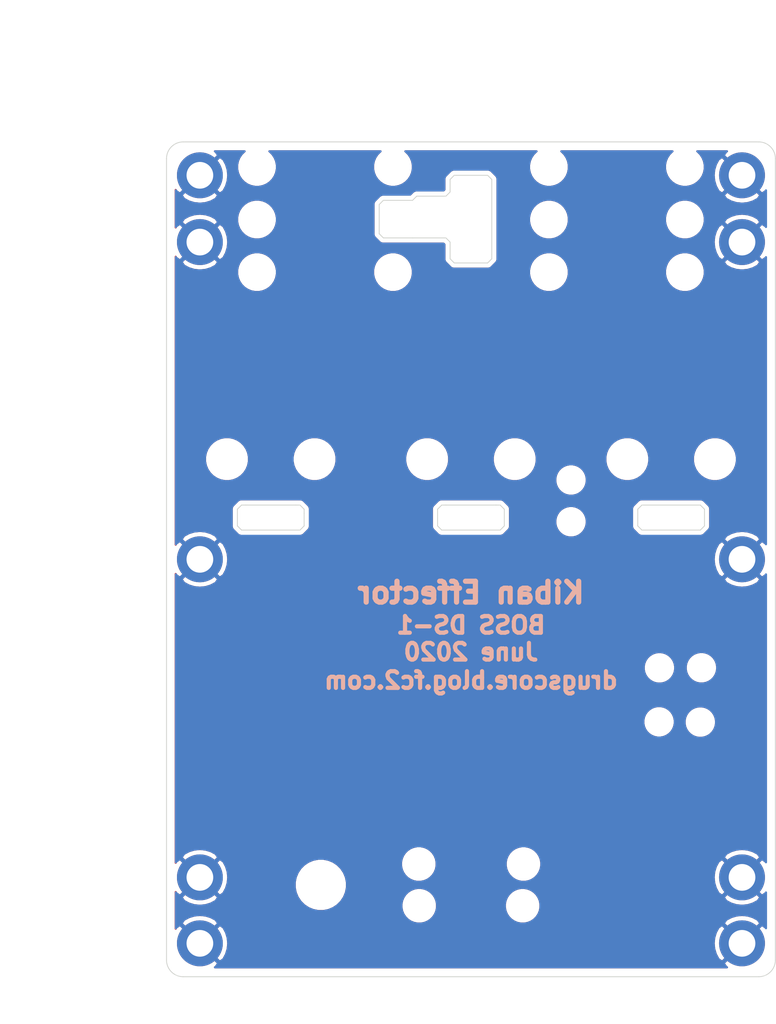
<source format=kicad_pcb>
(kicad_pcb (version 20171130) (host pcbnew "(5.1.2)-2")

  (general
    (thickness 1.6)
    (drawings 100)
    (tracks 0)
    (zones 0)
    (modules 38)
    (nets 2)
  )

  (page A4)
  (layers
    (0 F.Cu signal)
    (31 B.Cu signal)
    (32 B.Adhes user)
    (33 F.Adhes user)
    (34 B.Paste user)
    (35 F.Paste user)
    (36 B.SilkS user)
    (37 F.SilkS user)
    (38 B.Mask user)
    (39 F.Mask user)
    (40 Dwgs.User user)
    (41 Cmts.User user)
    (42 Eco1.User user)
    (43 Eco2.User user)
    (44 Edge.Cuts user)
    (45 Margin user)
    (46 B.CrtYd user)
    (47 F.CrtYd user)
    (48 B.Fab user)
    (49 F.Fab user)
  )

  (setup
    (last_trace_width 0.25)
    (user_trace_width 0.3)
    (user_trace_width 0.4)
    (user_trace_width 0.5)
    (user_trace_width 0.75)
    (user_trace_width 1)
    (user_trace_width 0.3)
    (user_trace_width 0.4)
    (user_trace_width 0.5)
    (user_trace_width 0.75)
    (user_trace_width 1)
    (user_trace_width 2)
    (user_trace_width 3)
    (user_trace_width 0.3)
    (user_trace_width 0.4)
    (user_trace_width 0.5)
    (user_trace_width 0.75)
    (user_trace_width 1)
    (user_trace_width 2)
    (user_trace_width 3)
    (trace_clearance 0.2)
    (zone_clearance 0.508)
    (zone_45_only no)
    (trace_min 0.2)
    (via_size 0.8)
    (via_drill 0.4)
    (via_min_size 0.4)
    (via_min_drill 0.3)
    (uvia_size 0.3)
    (uvia_drill 0.1)
    (uvias_allowed no)
    (uvia_min_size 0.2)
    (uvia_min_drill 0.1)
    (edge_width 0.1)
    (segment_width 0.2)
    (pcb_text_width 0.3)
    (pcb_text_size 1.5 1.5)
    (mod_edge_width 0.15)
    (mod_text_size 1 1)
    (mod_text_width 0.15)
    (pad_size 3.4 3.4)
    (pad_drill 0)
    (pad_to_mask_clearance 0.05)
    (aux_axis_origin 0 0)
    (grid_origin 84 50)
    (visible_elements 7FFFFFFF)
    (pcbplotparams
      (layerselection 0x010f0_ffffffff)
      (usegerberextensions false)
      (usegerberattributes false)
      (usegerberadvancedattributes false)
      (creategerberjobfile false)
      (excludeedgelayer true)
      (linewidth 0.100000)
      (plotframeref false)
      (viasonmask false)
      (mode 1)
      (useauxorigin true)
      (hpglpennumber 1)
      (hpglpenspeed 20)
      (hpglpendiameter 15.000000)
      (psnegative false)
      (psa4output false)
      (plotreference true)
      (plotvalue true)
      (plotinvisibletext false)
      (padsonsilk false)
      (subtractmaskfromsilk true)
      (outputformat 1)
      (mirror false)
      (drillshape 0)
      (scaleselection 1)
      (outputdirectory "ds1_0_bottom/"))
  )

  (net 0 "")
  (net 1 GND)

  (net_class Default "これはデフォルトのネット クラスです。"
    (clearance 0.2)
    (trace_width 0.25)
    (via_dia 0.8)
    (via_drill 0.4)
    (uvia_dia 0.3)
    (uvia_drill 0.1)
    (add_net GND)
  )

  (module MountingHole:MountingHole_2.5mm locked (layer F.Cu) (tedit 56D1B4CB) (tstamp 5ECDBA15)
    (at 132.5 95.5)
    (descr "Mounting Hole 2.5mm, no annular")
    (tags "mounting hole 2.5mm no annular")
    (attr virtual)
    (fp_text reference REF** (at 0 -2) (layer F.SilkS) hide
      (effects (font (size 1 1) (thickness 0.15)))
    )
    (fp_text value 2.5mm (at 0 2) (layer F.Fab) hide
      (effects (font (size 1 1) (thickness 0.15)))
    )
    (fp_circle (center 0 0) (end 2.5 0) (layer Cmts.User) (width 0.15))
    (fp_circle (center 0 0) (end 2.75 0) (layer F.CrtYd) (width 0.05))
    (pad 1 np_thru_hole circle (at 0 0) (size 2.5 2.5) (drill 2.5) (layers *.Cu *.Mask))
  )

  (module MountingHole:MountingHole_2.5mm locked (layer F.Cu) (tedit 56D1B4CB) (tstamp 5ECDBA09)
    (at 132.5 90.5)
    (descr "Mounting Hole 2.5mm, no annular")
    (tags "mounting hole 2.5mm no annular")
    (attr virtual)
    (fp_text reference REF** (at 0 -2) (layer F.SilkS) hide
      (effects (font (size 1 1) (thickness 0.15)))
    )
    (fp_text value 2.5mm (at 0 2) (layer F.Fab) hide
      (effects (font (size 1 1) (thickness 0.15)))
    )
    (fp_circle (center 0 0) (end 2.75 0) (layer F.CrtYd) (width 0.05))
    (fp_circle (center 0 0) (end 2.5 0) (layer Cmts.User) (width 0.15))
    (pad 1 np_thru_hole circle (at 0 0) (size 2.5 2.5) (drill 2.5) (layers *.Cu *.Mask))
  )

  (module MountingHole:MountingHole_3mm locked (layer F.Cu) (tedit 5ECBBD05) (tstamp 5ECBC1E2)
    (at 111.15 53)
    (descr "Mounting Hole 3mm, no annular")
    (tags "mounting hole 3mm no annular")
    (attr virtual)
    (fp_text reference REF** (at 0 -1.5) (layer F.SilkS) hide
      (effects (font (size 1 1) (thickness 0.15)))
    )
    (fp_text value 3mm (at 0 2.5) (layer F.Fab)
      (effects (font (size 1 1) (thickness 0.15)))
    )
    (fp_circle (center 0 0) (end 3 0) (layer Cmts.User) (width 0.15))
    (fp_circle (center 0 0) (end 3.25 0) (layer F.CrtYd) (width 0.05))
    (pad "" np_thru_hole circle (at 0 0) (size 3.5 3.5) (drill 3.5) (layers *.Cu *.Mask))
  )

  (module MountingHole:MountingHole_3mm locked (layer F.Cu) (tedit 5ECBBD43) (tstamp 5ECBC1DC)
    (at 111.15 65.6)
    (descr "Mounting Hole 3mm, no annular")
    (tags "mounting hole 3mm no annular")
    (attr virtual)
    (fp_text reference REF** (at 0 -1.5) (layer F.SilkS) hide
      (effects (font (size 1 1) (thickness 0.15)))
    )
    (fp_text value 3mm (at 0 2.5) (layer F.Fab)
      (effects (font (size 1 1) (thickness 0.15)))
    )
    (fp_circle (center 0 0) (end 3 0) (layer Cmts.User) (width 0.15))
    (fp_circle (center 0 0) (end 3.25 0) (layer F.CrtYd) (width 0.05))
    (pad "" np_thru_hole circle (at 0 0) (size 3.5 3.5) (drill 3.5) (layers *.Cu *.Mask))
  )

  (module MountingHole:MountingHole_3mm locked (layer F.Cu) (tedit 5ECBBD05) (tstamp 5ECBC1BC)
    (at 146.15 53)
    (descr "Mounting Hole 3mm, no annular")
    (tags "mounting hole 3mm no annular")
    (attr virtual)
    (fp_text reference REF** (at 0 -1.5) (layer F.SilkS) hide
      (effects (font (size 1 1) (thickness 0.15)))
    )
    (fp_text value 3mm (at 0 2.5) (layer F.Fab)
      (effects (font (size 1 1) (thickness 0.15)))
    )
    (fp_circle (center 0 0) (end 3.25 0) (layer F.CrtYd) (width 0.05))
    (fp_circle (center 0 0) (end 3 0) (layer Cmts.User) (width 0.15))
    (pad "" np_thru_hole circle (at 0 0) (size 3.5 3.5) (drill 3.5) (layers *.Cu *.Mask))
  )

  (module MountingHole:MountingHole_3mm locked (layer F.Cu) (tedit 5ECBBD36) (tstamp 5ECBC1B5)
    (at 146.15 59.3)
    (descr "Mounting Hole 3mm, no annular")
    (tags "mounting hole 3mm no annular")
    (attr virtual)
    (fp_text reference REF** (at 0 -1.5) (layer F.SilkS) hide
      (effects (font (size 1 1) (thickness 0.15)))
    )
    (fp_text value 3mm (at 0 2.5) (layer F.Fab)
      (effects (font (size 1 1) (thickness 0.15)))
    )
    (fp_circle (center 0 0) (end 3 0) (layer Cmts.User) (width 0.15))
    (fp_circle (center 0 0) (end 3.25 0) (layer F.CrtYd) (width 0.05))
    (pad "" np_thru_hole circle (at 0 0) (size 3.5 3.5) (drill 3.5) (layers *.Cu *.Mask))
  )

  (module MountingHole:MountingHole_3mm locked (layer F.Cu) (tedit 5ECBBD43) (tstamp 5ECBC1AF)
    (at 146.15 65.6)
    (descr "Mounting Hole 3mm, no annular")
    (tags "mounting hole 3mm no annular")
    (attr virtual)
    (fp_text reference REF** (at 0 -1.5) (layer F.SilkS) hide
      (effects (font (size 1 1) (thickness 0.15)))
    )
    (fp_text value 3mm (at 0 2.5) (layer F.Fab)
      (effects (font (size 1 1) (thickness 0.15)))
    )
    (fp_circle (center 0 0) (end 3.25 0) (layer F.CrtYd) (width 0.05))
    (fp_circle (center 0 0) (end 3 0) (layer Cmts.User) (width 0.15))
    (pad "" np_thru_hole circle (at 0 0) (size 3.5 3.5) (drill 3.5) (layers *.Cu *.Mask))
  )

  (module MountingHole:MountingHole_3mm locked (layer F.Cu) (tedit 5ECBBD05) (tstamp 5ECBC18E)
    (at 129.85 53)
    (descr "Mounting Hole 3mm, no annular")
    (tags "mounting hole 3mm no annular")
    (attr virtual)
    (fp_text reference REF** (at 0 -1.5) (layer F.SilkS) hide
      (effects (font (size 1 1) (thickness 0.15)))
    )
    (fp_text value 3mm (at 0 2.5) (layer F.Fab)
      (effects (font (size 1 1) (thickness 0.15)))
    )
    (fp_circle (center 0 0) (end 3 0) (layer Cmts.User) (width 0.15))
    (fp_circle (center 0 0) (end 3.25 0) (layer F.CrtYd) (width 0.05))
    (pad "" np_thru_hole circle (at 0 0) (size 3.5 3.5) (drill 3.5) (layers *.Cu *.Mask))
  )

  (module MountingHole:MountingHole_3mm locked (layer F.Cu) (tedit 5ECBBD36) (tstamp 5ECBC187)
    (at 129.85 59.3)
    (descr "Mounting Hole 3mm, no annular")
    (tags "mounting hole 3mm no annular")
    (attr virtual)
    (fp_text reference REF** (at 0 -1.5) (layer F.SilkS) hide
      (effects (font (size 1 1) (thickness 0.15)))
    )
    (fp_text value 3mm (at 0 2.5) (layer F.Fab)
      (effects (font (size 1 1) (thickness 0.15)))
    )
    (fp_circle (center 0 0) (end 3.25 0) (layer F.CrtYd) (width 0.05))
    (fp_circle (center 0 0) (end 3 0) (layer Cmts.User) (width 0.15))
    (pad "" np_thru_hole circle (at 0 0) (size 3.5 3.5) (drill 3.5) (layers *.Cu *.Mask))
  )

  (module MountingHole:MountingHole_3mm locked (layer F.Cu) (tedit 5ECBBD43) (tstamp 5ECBC181)
    (at 129.85 65.6)
    (descr "Mounting Hole 3mm, no annular")
    (tags "mounting hole 3mm no annular")
    (attr virtual)
    (fp_text reference REF** (at 0 -1.5) (layer F.SilkS) hide
      (effects (font (size 1 1) (thickness 0.15)))
    )
    (fp_text value 3mm (at 0 2.5) (layer F.Fab)
      (effects (font (size 1 1) (thickness 0.15)))
    )
    (fp_circle (center 0 0) (end 3 0) (layer Cmts.User) (width 0.15))
    (fp_circle (center 0 0) (end 3.25 0) (layer F.CrtYd) (width 0.05))
    (pad "" np_thru_hole circle (at 0 0) (size 3.5 3.5) (drill 3.5) (layers *.Cu *.Mask))
  )

  (module MountingHole:MountingHole_3mm locked (layer F.Cu) (tedit 5ECBBD43) (tstamp 5ECBBED3)
    (at 94.85 65.6)
    (descr "Mounting Hole 3mm, no annular")
    (tags "mounting hole 3mm no annular")
    (attr virtual)
    (fp_text reference REF** (at 0 -1.5) (layer F.SilkS) hide
      (effects (font (size 1 1) (thickness 0.15)))
    )
    (fp_text value 3mm (at 0 2.5) (layer F.Fab)
      (effects (font (size 1 1) (thickness 0.15)))
    )
    (fp_circle (center 0 0) (end 3.25 0) (layer F.CrtYd) (width 0.05))
    (fp_circle (center 0 0) (end 3 0) (layer Cmts.User) (width 0.15))
    (pad "" np_thru_hole circle (at 0 0) (size 3.5 3.5) (drill 3.5) (layers *.Cu *.Mask))
  )

  (module MountingHole:MountingHole_3mm locked (layer F.Cu) (tedit 5ECBBD36) (tstamp 5ECBBEC7)
    (at 94.85 59.3)
    (descr "Mounting Hole 3mm, no annular")
    (tags "mounting hole 3mm no annular")
    (attr virtual)
    (fp_text reference REF** (at 0 -1.5) (layer F.SilkS) hide
      (effects (font (size 1 1) (thickness 0.15)))
    )
    (fp_text value 3mm (at 0 2.5) (layer F.Fab)
      (effects (font (size 1 1) (thickness 0.15)))
    )
    (fp_circle (center 0 0) (end 3 0) (layer Cmts.User) (width 0.15))
    (fp_circle (center 0 0) (end 3.25 0) (layer F.CrtYd) (width 0.05))
    (pad "" np_thru_hole circle (at 0 0) (size 3.5 3.5) (drill 3.5) (layers *.Cu *.Mask))
  )

  (module MountingHole:MountingHole_4mm locked (layer F.Cu) (tedit 56D1B4CB) (tstamp 5ECBBEB3)
    (at 91.25 88)
    (descr "Mounting Hole 4mm, no annular")
    (tags "mounting hole 4mm no annular")
    (attr virtual)
    (fp_text reference REF** (at 0 -1.5) (layer F.SilkS) hide
      (effects (font (size 1 1) (thickness 0.15)))
    )
    (fp_text value 4mm (at 0 3) (layer F.Fab)
      (effects (font (size 1 1) (thickness 0.15)))
    )
    (fp_circle (center 0 0) (end 4 0) (layer Cmts.User) (width 0.15))
    (fp_circle (center 0 0) (end 4.25 0) (layer F.CrtYd) (width 0.05))
    (pad 1 np_thru_hole circle (at 0 0) (size 4 4) (drill 4) (layers *.Cu *.Mask))
  )

  (module MountingHole:MountingHole_4mm locked (layer F.Cu) (tedit 56D1B4CB) (tstamp 5ECBBEA0)
    (at 101.75 88)
    (descr "Mounting Hole 4mm, no annular")
    (tags "mounting hole 4mm no annular")
    (attr virtual)
    (fp_text reference REF** (at 0 -1.5) (layer F.SilkS) hide
      (effects (font (size 1 1) (thickness 0.15)))
    )
    (fp_text value 4mm (at 0 3) (layer F.Fab)
      (effects (font (size 1 1) (thickness 0.15)))
    )
    (fp_circle (center 0 0) (end 4.25 0) (layer F.CrtYd) (width 0.05))
    (fp_circle (center 0 0) (end 4 0) (layer Cmts.User) (width 0.15))
    (pad 1 np_thru_hole circle (at 0 0) (size 4 4) (drill 4) (layers *.Cu *.Mask))
  )

  (module MountingHole:MountingHole_4mm locked (layer F.Cu) (tedit 56D1B4CB) (tstamp 5ECBBE29)
    (at 115.25 88)
    (descr "Mounting Hole 4mm, no annular")
    (tags "mounting hole 4mm no annular")
    (attr virtual)
    (fp_text reference REF** (at 0 -1.5) (layer F.SilkS) hide
      (effects (font (size 1 1) (thickness 0.15)))
    )
    (fp_text value 4mm (at 0 3) (layer F.Fab)
      (effects (font (size 1 1) (thickness 0.15)))
    )
    (fp_circle (center 0 0) (end 4.25 0) (layer F.CrtYd) (width 0.05))
    (fp_circle (center 0 0) (end 4 0) (layer Cmts.User) (width 0.15))
    (pad 1 np_thru_hole circle (at 0 0) (size 4 4) (drill 4) (layers *.Cu *.Mask))
  )

  (module MountingHole:MountingHole_4mm locked (layer F.Cu) (tedit 56D1B4CB) (tstamp 5ECBBDF3)
    (at 125.75 88)
    (descr "Mounting Hole 4mm, no annular")
    (tags "mounting hole 4mm no annular")
    (attr virtual)
    (fp_text reference REF** (at 0 -1.5) (layer F.SilkS) hide
      (effects (font (size 1 1) (thickness 0.15)))
    )
    (fp_text value 4mm (at 0 3) (layer F.Fab)
      (effects (font (size 1 1) (thickness 0.15)))
    )
    (fp_circle (center 0 0) (end 4 0) (layer Cmts.User) (width 0.15))
    (fp_circle (center 0 0) (end 4.25 0) (layer F.CrtYd) (width 0.05))
    (pad 1 np_thru_hole circle (at 0 0) (size 4 4) (drill 4) (layers *.Cu *.Mask))
  )

  (module MountingHole:MountingHole_4mm locked (layer F.Cu) (tedit 56D1B4CB) (tstamp 5ECBBCDC)
    (at 149.75 88)
    (descr "Mounting Hole 4mm, no annular")
    (tags "mounting hole 4mm no annular")
    (attr virtual)
    (fp_text reference REF** (at 0 -1.5) (layer F.SilkS) hide
      (effects (font (size 1 1) (thickness 0.15)))
    )
    (fp_text value 4mm (at 0 3) (layer F.Fab)
      (effects (font (size 1 1) (thickness 0.15)))
    )
    (fp_circle (center 0 0) (end 4.25 0) (layer F.CrtYd) (width 0.05))
    (fp_circle (center 0 0) (end 4 0) (layer Cmts.User) (width 0.15))
    (pad 1 np_thru_hole circle (at 0 0) (size 4 4) (drill 4) (layers *.Cu *.Mask))
  )

  (module MountingHole:MountingHole_3.2mm_M3_ISO14580_Pad locked (layer F.Cu) (tedit 56D1B4CB) (tstamp 5ECBBCC6)
    (at 153 62)
    (descr "Mounting Hole 3.2mm, M3, ISO14580")
    (tags "mounting hole 3.2mm m3 iso14580")
    (attr virtual)
    (fp_text reference REF** (at 0 0) (layer F.SilkS) hide
      (effects (font (size 1 1) (thickness 0.15)))
    )
    (fp_text value M (at 0 0) (layer F.Fab) hide
      (effects (font (size 1 1) (thickness 0.15)))
    )
    (fp_circle (center 0 0) (end 3 0) (layer F.CrtYd) (width 0.05))
    (fp_circle (center 0 0) (end 2.75 0) (layer Cmts.User) (width 0.15))
    (fp_text user %R (at 0.3 0) (layer F.Fab) hide
      (effects (font (size 1 1) (thickness 0.15)))
    )
    (pad 1 thru_hole circle (at 0 0) (size 5.5 5.5) (drill 3.2) (layers *.Cu *.Mask)
      (net 1 GND))
  )

  (module MountingHole:MountingHole_3.2mm_M3_ISO14580_Pad locked (layer F.Cu) (tedit 56D1B4CB) (tstamp 5ECBBCB8)
    (at 88 62)
    (descr "Mounting Hole 3.2mm, M3, ISO14580")
    (tags "mounting hole 3.2mm m3 iso14580")
    (attr virtual)
    (fp_text reference REF** (at 0 0) (layer F.SilkS) hide
      (effects (font (size 1 1) (thickness 0.15)))
    )
    (fp_text value M (at 0 0) (layer F.Fab) hide
      (effects (font (size 1 1) (thickness 0.15)))
    )
    (fp_text user %R (at 0.3 0) (layer F.Fab) hide
      (effects (font (size 1 1) (thickness 0.15)))
    )
    (fp_circle (center 0 0) (end 2.75 0) (layer Cmts.User) (width 0.15))
    (fp_circle (center 0 0) (end 3 0) (layer F.CrtYd) (width 0.05))
    (pad 1 thru_hole circle (at 0 0) (size 5.5 5.5) (drill 3.2) (layers *.Cu *.Mask)
      (net 1 GND))
  )

  (module MountingHole:MountingHole_3.2mm_M3_ISO14580_Pad locked (layer F.Cu) (tedit 56D1B4CB) (tstamp 5ECBBCAA)
    (at 88 138.1)
    (descr "Mounting Hole 3.2mm, M3, ISO14580")
    (tags "mounting hole 3.2mm m3 iso14580")
    (attr virtual)
    (fp_text reference REF** (at 0 0) (layer F.SilkS) hide
      (effects (font (size 1 1) (thickness 0.15)))
    )
    (fp_text value M (at 0 0) (layer F.Fab) hide
      (effects (font (size 1 1) (thickness 0.15)))
    )
    (fp_circle (center 0 0) (end 3 0) (layer F.CrtYd) (width 0.05))
    (fp_circle (center 0 0) (end 2.75 0) (layer Cmts.User) (width 0.15))
    (fp_text user %R (at 0.3 0) (layer F.Fab) hide
      (effects (font (size 1 1) (thickness 0.15)))
    )
    (pad 1 thru_hole circle (at 0 0) (size 5.5 5.5) (drill 3.2) (layers *.Cu *.Mask)
      (net 1 GND))
  )

  (module MountingHole:MountingHole_3.2mm_M3_ISO14580_Pad locked (layer F.Cu) (tedit 56D1B4CB) (tstamp 5ECBBC84)
    (at 153 138.1)
    (descr "Mounting Hole 3.2mm, M3, ISO14580")
    (tags "mounting hole 3.2mm m3 iso14580")
    (attr virtual)
    (fp_text reference REF** (at 0 0) (layer F.SilkS) hide
      (effects (font (size 1 1) (thickness 0.15)))
    )
    (fp_text value M (at 0 0) (layer F.Fab) hide
      (effects (font (size 1 1) (thickness 0.15)))
    )
    (fp_text user %R (at 0.3 0) (layer F.Fab) hide
      (effects (font (size 1 1) (thickness 0.15)))
    )
    (fp_circle (center 0 0) (end 2.75 0) (layer Cmts.User) (width 0.15))
    (fp_circle (center 0 0) (end 3 0) (layer F.CrtYd) (width 0.05))
    (pad 1 thru_hole circle (at 0 0) (size 5.5 5.5) (drill 3.2) (layers *.Cu *.Mask)
      (net 1 GND))
  )

  (module MountingHole:MountingHole_3mm locked (layer F.Cu) (tedit 56D1B4CB) (tstamp 5ECBBC25)
    (at 114.3 141.5)
    (descr "Mounting Hole 3mm, no annular")
    (tags "mounting hole 3mm no annular")
    (attr virtual)
    (fp_text reference REF** (at 0 -1.5) (layer F.SilkS) hide
      (effects (font (size 1 1) (thickness 0.15)))
    )
    (fp_text value 3mm (at 0 2.5) (layer F.Fab)
      (effects (font (size 1 1) (thickness 0.15)))
    )
    (fp_circle (center 0 0) (end 3.25 0) (layer F.CrtYd) (width 0.05))
    (fp_circle (center 0 0) (end 3 0) (layer Cmts.User) (width 0.15))
    (pad 1 np_thru_hole circle (at 0 0) (size 3 3) (drill 3) (layers *.Cu *.Mask))
  )

  (module MountingHole:MountingHole_3mm locked (layer F.Cu) (tedit 56D1B4CB) (tstamp 5ECBBC19)
    (at 114.25 136.5)
    (descr "Mounting Hole 3mm, no annular")
    (tags "mounting hole 3mm no annular")
    (attr virtual)
    (fp_text reference REF** (at 0 -1.5) (layer F.SilkS) hide
      (effects (font (size 1 1) (thickness 0.15)))
    )
    (fp_text value 3mm (at 0 2.5) (layer F.Fab)
      (effects (font (size 1 1) (thickness 0.15)))
    )
    (fp_circle (center 0 0) (end 3 0) (layer Cmts.User) (width 0.15))
    (fp_circle (center 0 0) (end 3.25 0) (layer F.CrtYd) (width 0.05))
    (pad 1 np_thru_hole circle (at 0 0) (size 3 3) (drill 3) (layers *.Cu *.Mask))
  )

  (module MountingHole:MountingHole_3mm locked (layer F.Cu) (tedit 56D1B4CB) (tstamp 5ECBBC0D)
    (at 126.8 136.5)
    (descr "Mounting Hole 3mm, no annular")
    (tags "mounting hole 3mm no annular")
    (attr virtual)
    (fp_text reference REF** (at 0 -1.5) (layer F.SilkS) hide
      (effects (font (size 1 1) (thickness 0.15)))
    )
    (fp_text value 3mm (at 0 2.5) (layer F.Fab)
      (effects (font (size 1 1) (thickness 0.15)))
    )
    (fp_circle (center 0 0) (end 3.25 0) (layer F.CrtYd) (width 0.05))
    (fp_circle (center 0 0) (end 3 0) (layer Cmts.User) (width 0.15))
    (pad 1 np_thru_hole circle (at 0 0) (size 3 3) (drill 3) (layers *.Cu *.Mask))
  )

  (module MountingHole:MountingHole_5mm locked (layer F.Cu) (tedit 56D1B4CB) (tstamp 5ECBE0FD)
    (at 102.5 139)
    (descr "Mounting Hole 5mm, no annular")
    (tags "mounting hole 5mm no annular")
    (attr virtual)
    (fp_text reference REF** (at 0 -1.5) (layer F.SilkS) hide
      (effects (font (size 1 1) (thickness 0.15)))
    )
    (fp_text value 5mm (at 0 4) (layer F.Fab) hide
      (effects (font (size 1 1) (thickness 0.15)))
    )
    (fp_circle (center 0 0) (end 5 0) (layer Cmts.User) (width 0.15))
    (fp_circle (center 0 0) (end 5.25 0) (layer F.CrtYd) (width 0.05))
    (pad 1 np_thru_hole circle (at 0 0) (size 5 5) (drill 5) (layers *.Cu *.Mask))
  )

  (module MountingHole:MountingHole_3mm locked (layer F.Cu) (tedit 56D1B4CB) (tstamp 5ECBE0D0)
    (at 126.7 141.5)
    (descr "Mounting Hole 3mm, no annular")
    (tags "mounting hole 3mm no annular")
    (attr virtual)
    (fp_text reference REF** (at 0 -1.5) (layer F.SilkS) hide
      (effects (font (size 1 1) (thickness 0.15)))
    )
    (fp_text value 3mm (at 0 2.5) (layer F.Fab)
      (effects (font (size 1 1) (thickness 0.15)))
    )
    (fp_circle (center 0 0) (end 3 0) (layer Cmts.User) (width 0.15))
    (fp_circle (center 0 0) (end 3.25 0) (layer F.CrtYd) (width 0.05))
    (pad 1 np_thru_hole circle (at 0 0) (size 3 3) (drill 3) (layers *.Cu *.Mask))
  )

  (module MountingHole:MountingHole_4mm locked (layer F.Cu) (tedit 56D1B4CB) (tstamp 5ECBE0AF)
    (at 139.25 88)
    (descr "Mounting Hole 4mm, no annular")
    (tags "mounting hole 4mm no annular")
    (attr virtual)
    (fp_text reference REF** (at 0 -1.5) (layer F.SilkS) hide
      (effects (font (size 1 1) (thickness 0.15)))
    )
    (fp_text value 4mm (at 0 3) (layer F.Fab)
      (effects (font (size 1 1) (thickness 0.15)))
    )
    (fp_circle (center 0 0) (end 4.25 0) (layer F.CrtYd) (width 0.05))
    (fp_circle (center 0 0) (end 4 0) (layer Cmts.User) (width 0.15))
    (pad 1 np_thru_hole circle (at 0 0) (size 4 4) (drill 4) (layers *.Cu *.Mask))
  )

  (module MountingHole:MountingHole_2.5mm locked (layer F.Cu) (tedit 56D1B4CB) (tstamp 5ECBDB9F)
    (at 143.055 119.469)
    (descr "Mounting Hole 2.5mm, no annular")
    (tags "mounting hole 2.5mm no annular")
    (attr virtual)
    (fp_text reference REF** (at 0 -2) (layer F.SilkS) hide
      (effects (font (size 1 1) (thickness 0.15)))
    )
    (fp_text value 2.5mm (at 0 2) (layer F.Fab) hide
      (effects (font (size 1 1) (thickness 0.15)))
    )
    (fp_circle (center 0 0) (end 2.75 0) (layer F.CrtYd) (width 0.05))
    (fp_circle (center 0 0) (end 2.5 0) (layer Cmts.User) (width 0.15))
    (pad 1 np_thru_hole circle (at 0 0) (size 2.5 2.5) (drill 2.5) (layers *.Cu *.Mask))
  )

  (module MountingHole:MountingHole_2.5mm locked (layer F.Cu) (tedit 56D1B4CB) (tstamp 5ECBDB99)
    (at 143.1 113)
    (descr "Mounting Hole 2.5mm, no annular")
    (tags "mounting hole 2.5mm no annular")
    (attr virtual)
    (fp_text reference REF** (at 0 -2) (layer F.SilkS) hide
      (effects (font (size 1 1) (thickness 0.15)))
    )
    (fp_text value 2.5mm (at 0 2) (layer F.Fab) hide
      (effects (font (size 1 1) (thickness 0.15)))
    )
    (fp_circle (center 0 0) (end 2.5 0) (layer Cmts.User) (width 0.15))
    (fp_circle (center 0 0) (end 2.75 0) (layer F.CrtYd) (width 0.05))
    (pad 1 np_thru_hole circle (at 0 0) (size 2.5 2.5) (drill 2.5) (layers *.Cu *.Mask))
  )

  (module MountingHole:MountingHole_2.5mm locked (layer F.Cu) (tedit 56D1B4CB) (tstamp 5ECBDB8B)
    (at 148 119.5)
    (descr "Mounting Hole 2.5mm, no annular")
    (tags "mounting hole 2.5mm no annular")
    (attr virtual)
    (fp_text reference REF** (at 0 -2) (layer F.SilkS) hide
      (effects (font (size 1 1) (thickness 0.15)))
    )
    (fp_text value 2.5mm (at 0 2) (layer F.Fab) hide
      (effects (font (size 1 1) (thickness 0.15)))
    )
    (fp_circle (center 0 0) (end 2.5 0) (layer Cmts.User) (width 0.15))
    (fp_circle (center 0 0) (end 2.75 0) (layer F.CrtYd) (width 0.05))
    (pad 1 np_thru_hole circle (at 0 0) (size 2.5 2.5) (drill 2.5) (layers *.Cu *.Mask))
  )

  (module MountingHole:MountingHole_2.5mm locked (layer F.Cu) (tedit 56D1B4CB) (tstamp 5ECBDB4F)
    (at 148.135 112.992)
    (descr "Mounting Hole 2.5mm, no annular")
    (tags "mounting hole 2.5mm no annular")
    (attr virtual)
    (fp_text reference REF** (at 0 -2) (layer F.SilkS) hide
      (effects (font (size 1 1) (thickness 0.15)))
    )
    (fp_text value 2.5mm (at 0 2) (layer F.Fab) hide
      (effects (font (size 1 1) (thickness 0.15)))
    )
    (fp_circle (center 0 0) (end 2.75 0) (layer F.CrtYd) (width 0.05))
    (fp_circle (center 0 0) (end 2.5 0) (layer Cmts.User) (width 0.15))
    (pad 1 np_thru_hole circle (at 0 0) (size 2.5 2.5) (drill 2.5) (layers *.Cu *.Mask))
  )

  (module MountingHole:MountingHole_3mm locked (layer F.Cu) (tedit 5ECBBD05) (tstamp 5ECBDA38)
    (at 94.85 53)
    (descr "Mounting Hole 3mm, no annular")
    (tags "mounting hole 3mm no annular")
    (attr virtual)
    (fp_text reference REF** (at 0 -1.5) (layer F.SilkS) hide
      (effects (font (size 1 1) (thickness 0.15)))
    )
    (fp_text value 3mm (at 0 2.5) (layer F.Fab)
      (effects (font (size 1 1) (thickness 0.15)))
    )
    (fp_circle (center 0 0) (end 3.25 0) (layer F.CrtYd) (width 0.05))
    (fp_circle (center 0 0) (end 3 0) (layer Cmts.User) (width 0.15))
    (pad "" np_thru_hole circle (at 0 0) (size 3.5 3.5) (drill 3.5) (layers *.Cu *.Mask))
  )

  (module MountingHole:MountingHole_3.2mm_M3_ISO14580_Pad locked (layer F.Cu) (tedit 56D1B4CB) (tstamp 5EC82F28)
    (at 153 146)
    (descr "Mounting Hole 3.2mm, M3, ISO14580")
    (tags "mounting hole 3.2mm m3 iso14580")
    (attr virtual)
    (fp_text reference REF** (at 0 0) (layer F.SilkS) hide
      (effects (font (size 1 1) (thickness 0.15)))
    )
    (fp_text value M (at 0 0) (layer F.Fab) hide
      (effects (font (size 1 1) (thickness 0.15)))
    )
    (fp_circle (center 0 0) (end 3 0) (layer F.CrtYd) (width 0.05))
    (fp_circle (center 0 0) (end 2.75 0) (layer Cmts.User) (width 0.15))
    (fp_text user %R (at 0.3 0) (layer F.Fab) hide
      (effects (font (size 1 1) (thickness 0.15)))
    )
    (pad 1 thru_hole circle (at 0 0) (size 5.5 5.5) (drill 3.2) (layers *.Cu *.Mask)
      (net 1 GND))
  )

  (module MountingHole:MountingHole_3.2mm_M3_ISO14580_Pad locked (layer F.Cu) (tedit 56D1B4CB) (tstamp 5EC82F1A)
    (at 88 146)
    (descr "Mounting Hole 3.2mm, M3, ISO14580")
    (tags "mounting hole 3.2mm m3 iso14580")
    (attr virtual)
    (fp_text reference REF** (at 0 0) (layer F.SilkS) hide
      (effects (font (size 1 1) (thickness 0.15)))
    )
    (fp_text value M (at 0 0) (layer F.Fab) hide
      (effects (font (size 1 1) (thickness 0.15)))
    )
    (fp_circle (center 0 0) (end 3 0) (layer F.CrtYd) (width 0.05))
    (fp_circle (center 0 0) (end 2.75 0) (layer Cmts.User) (width 0.15))
    (fp_text user %R (at 0.3 0) (layer F.Fab) hide
      (effects (font (size 1 1) (thickness 0.15)))
    )
    (pad 1 thru_hole circle (at 0 0) (size 5.5 5.5) (drill 3.2) (layers *.Cu *.Mask)
      (net 1 GND))
  )

  (module MountingHole:MountingHole_3.2mm_M3_ISO14580_Pad locked (layer F.Cu) (tedit 56D1B4CB) (tstamp 5EC82F0C)
    (at 153 100)
    (descr "Mounting Hole 3.2mm, M3, ISO14580")
    (tags "mounting hole 3.2mm m3 iso14580")
    (attr virtual)
    (fp_text reference REF** (at 0 0) (layer F.SilkS) hide
      (effects (font (size 1 1) (thickness 0.15)))
    )
    (fp_text value M (at 0 0) (layer F.Fab) hide
      (effects (font (size 1 1) (thickness 0.15)))
    )
    (fp_circle (center 0 0) (end 3 0) (layer F.CrtYd) (width 0.05))
    (fp_circle (center 0 0) (end 2.75 0) (layer Cmts.User) (width 0.15))
    (fp_text user %R (at 0.3 0) (layer F.Fab) hide
      (effects (font (size 1 1) (thickness 0.15)))
    )
    (pad 1 thru_hole circle (at 0 0) (size 5.5 5.5) (drill 3.2) (layers *.Cu *.Mask)
      (net 1 GND))
  )

  (module MountingHole:MountingHole_3.2mm_M3_ISO14580_Pad locked (layer F.Cu) (tedit 56D1B4CB) (tstamp 5EC82EFE)
    (at 88 100)
    (descr "Mounting Hole 3.2mm, M3, ISO14580")
    (tags "mounting hole 3.2mm m3 iso14580")
    (attr virtual)
    (fp_text reference REF** (at 0 0) (layer F.SilkS) hide
      (effects (font (size 1 1) (thickness 0.15)))
    )
    (fp_text value M (at 0 0) (layer F.Fab) hide
      (effects (font (size 1 1) (thickness 0.15)))
    )
    (fp_circle (center 0 0) (end 3 0) (layer F.CrtYd) (width 0.05))
    (fp_circle (center 0 0) (end 2.75 0) (layer Cmts.User) (width 0.15))
    (fp_text user %R (at 0.3 0) (layer F.Fab) hide
      (effects (font (size 1 1) (thickness 0.15)))
    )
    (pad 1 thru_hole circle (at 0 0) (size 5.5 5.5) (drill 3.2) (layers *.Cu *.Mask)
      (net 1 GND))
  )

  (module MountingHole:MountingHole_3.2mm_M3_ISO14580_Pad locked (layer F.Cu) (tedit 56D1B4CB) (tstamp 5EC78F09)
    (at 153 54)
    (descr "Mounting Hole 3.2mm, M3, ISO14580")
    (tags "mounting hole 3.2mm m3 iso14580")
    (attr virtual)
    (fp_text reference REF** (at 0 0) (layer F.SilkS) hide
      (effects (font (size 1 1) (thickness 0.15)))
    )
    (fp_text value M (at 0 0) (layer F.Fab) hide
      (effects (font (size 1 1) (thickness 0.15)))
    )
    (fp_circle (center 0 0) (end 3 0) (layer F.CrtYd) (width 0.05))
    (fp_circle (center 0 0) (end 2.75 0) (layer Cmts.User) (width 0.15))
    (fp_text user %R (at 0.3 0) (layer F.Fab) hide
      (effects (font (size 1 1) (thickness 0.15)))
    )
    (pad 1 thru_hole circle (at 0 0) (size 5.5 5.5) (drill 3.2) (layers *.Cu *.Mask)
      (net 1 GND))
  )

  (module MountingHole:MountingHole_3.2mm_M3_ISO14580_Pad locked (layer F.Cu) (tedit 56D1B4CB) (tstamp 5EC6DF2C)
    (at 88 54)
    (descr "Mounting Hole 3.2mm, M3, ISO14580")
    (tags "mounting hole 3.2mm m3 iso14580")
    (attr virtual)
    (fp_text reference REF** (at 0 0) (layer F.SilkS) hide
      (effects (font (size 1 1) (thickness 0.15)))
    )
    (fp_text value M (at 0 0) (layer F.Fab) hide
      (effects (font (size 1 1) (thickness 0.15)))
    )
    (fp_circle (center 0 0) (end 3 0) (layer F.CrtYd) (width 0.05))
    (fp_circle (center 0 0) (end 2.75 0) (layer Cmts.User) (width 0.15))
    (fp_text user %R (at 0.3 0) (layer F.Fab) hide
      (effects (font (size 1 1) (thickness 0.15)))
    )
    (pad 1 thru_hole circle (at 0 0) (size 5.5 5.5) (drill 3.2) (layers *.Cu *.Mask)
      (net 1 GND))
  )

  (gr_text drugscore.blog.fc2.com (at 120.5 114.5) (layer B.SilkS) (tstamp 5ECC659C)
    (effects (font (size 2 2) (thickness 0.5)) (justify mirror))
  )
  (gr_text "Kiban Effector" (at 120.5 104) (layer B.SilkS) (tstamp 5ECC659A)
    (effects (font (size 2.5 2.5) (thickness 0.625)) (justify mirror))
  )
  (gr_text "BOSS DS-1\nJune 2020" (at 120.5 109.5) (layer B.SilkS)
    (effects (font (size 2 2) (thickness 0.5)) (justify mirror))
  )
  (gr_line (start 100.5 94) (end 100.5 94.5) (layer Edge.Cuts) (width 0.1) (tstamp 5ECBDA85))
  (gr_line (start 100 93.5) (end 100.5 94) (layer Edge.Cuts) (width 0.1))
  (gr_line (start 99.5 93.5) (end 100 93.5) (layer Edge.Cuts) (width 0.1))
  (gr_line (start 93 93.5) (end 93.5 93.5) (layer Edge.Cuts) (width 0.1) (tstamp 5ECBDA84))
  (gr_line (start 92.5 94) (end 93 93.5) (layer Edge.Cuts) (width 0.1))
  (gr_line (start 92.5 96) (end 92.5 94) (layer Edge.Cuts) (width 0.1))
  (gr_line (start 93 96.5) (end 92.5 96) (layer Edge.Cuts) (width 0.1))
  (gr_line (start 100 96.5) (end 93 96.5) (layer Edge.Cuts) (width 0.1))
  (gr_line (start 100.5 96) (end 100 96.5) (layer Edge.Cuts) (width 0.1))
  (gr_line (start 100.5 94.5) (end 100.5 96) (layer Edge.Cuts) (width 0.1))
  (gr_line (start 93.5 93.5) (end 99.5 93.5) (layer Edge.Cuts) (width 0.1))
  (gr_line (start 117 93.5) (end 117.5 93.5) (layer Edge.Cuts) (width 0.1) (tstamp 5ECBDA83))
  (gr_line (start 116.5 94) (end 117 93.5) (layer Edge.Cuts) (width 0.1))
  (gr_line (start 116.5 96) (end 116.5 94) (layer Edge.Cuts) (width 0.1))
  (gr_line (start 117 96.5) (end 116.5 96) (layer Edge.Cuts) (width 0.1))
  (gr_line (start 124 96.5) (end 117 96.5) (layer Edge.Cuts) (width 0.1))
  (gr_line (start 124.5 96) (end 124 96.5) (layer Edge.Cuts) (width 0.1))
  (gr_line (start 124.5 94) (end 124.5 96) (layer Edge.Cuts) (width 0.1))
  (gr_line (start 124 93.5) (end 124.5 94) (layer Edge.Cuts) (width 0.1))
  (gr_line (start 123.5 93.5) (end 124 93.5) (layer Edge.Cuts) (width 0.1))
  (gr_line (start 117.5 93.5) (end 123.5 93.5) (layer Edge.Cuts) (width 0.1))
  (gr_line (start 140.5 94) (end 141 93.5) (layer Edge.Cuts) (width 0.1) (tstamp 5ECBDA82))
  (gr_line (start 140.5 96) (end 140.5 94) (layer Edge.Cuts) (width 0.1))
  (gr_line (start 141 96.5) (end 140.5 96) (layer Edge.Cuts) (width 0.1))
  (gr_line (start 148 96.5) (end 141 96.5) (layer Edge.Cuts) (width 0.1))
  (gr_line (start 148.5 96) (end 148 96.5) (layer Edge.Cuts) (width 0.1))
  (gr_line (start 148.5 94) (end 148.5 96) (layer Edge.Cuts) (width 0.1))
  (gr_line (start 148 93.5) (end 148.5 94) (layer Edge.Cuts) (width 0.1))
  (gr_line (start 141 93.5) (end 148 93.5) (layer Edge.Cuts) (width 0.1))
  (gr_line (start 118.5 64.5) (end 122.5 64.5) (layer Edge.Cuts) (width 0.1) (tstamp 5ECBD664))
  (gr_line (start 118 64) (end 118.5 64.5) (layer Edge.Cuts) (width 0.1))
  (gr_line (start 118 62) (end 118 64) (layer Edge.Cuts) (width 0.1))
  (gr_line (start 117.5 61.5) (end 118 62) (layer Edge.Cuts) (width 0.1))
  (gr_line (start 113.5 61.5) (end 117.5 61.5) (layer Edge.Cuts) (width 0.1))
  (gr_line (start 110 61.5) (end 113.5 61.5) (layer Edge.Cuts) (width 0.1))
  (gr_line (start 109.5 61) (end 110 61.5) (layer Edge.Cuts) (width 0.1))
  (gr_line (start 109.5 57.5) (end 109.5 61) (layer Edge.Cuts) (width 0.1))
  (gr_line (start 110 57) (end 109.5 57.5) (layer Edge.Cuts) (width 0.1))
  (gr_line (start 113.5 57) (end 110 57) (layer Edge.Cuts) (width 0.1))
  (gr_line (start 114 56.5) (end 113.5 57) (layer Edge.Cuts) (width 0.1))
  (gr_line (start 117.5 56.5) (end 114 56.5) (layer Edge.Cuts) (width 0.1))
  (gr_line (start 118 56) (end 117.5 56.5) (layer Edge.Cuts) (width 0.1))
  (gr_line (start 118 54.5) (end 118 56) (layer Edge.Cuts) (width 0.1))
  (gr_line (start 118.5 54) (end 118 54.5) (layer Edge.Cuts) (width 0.1))
  (gr_line (start 122.5 54) (end 118.5 54) (layer Edge.Cuts) (width 0.1))
  (gr_line (start 123 64) (end 122.5 64.5) (layer Edge.Cuts) (width 0.1))
  (gr_line (start 123 63.5) (end 123 64) (layer Edge.Cuts) (width 0.1))
  (gr_line (start 123 54.5) (end 123 63.5) (layer Edge.Cuts) (width 0.1))
  (gr_line (start 122.5 54) (end 123 54.5) (layer Edge.Cuts) (width 0.1))
  (gr_circle (center 144.5 88) (end 136.5 88) (layer Dwgs.User) (width 0.15))
  (gr_circle (center 120.5 88) (end 112.5 88) (layer Dwgs.User) (width 0.15))
  (gr_circle (center 96.5 88) (end 88.5 88) (layer Dwgs.User) (width 0.15))
  (dimension 11.5 (width 0.15) (layer Dwgs.User)
    (gr_text "11.500 mm" (at 126.25 156.3) (layer Dwgs.User)
      (effects (font (size 1 1) (thickness 0.15)))
    )
    (feature1 (pts (xy 132 139) (xy 132 155.586421)))
    (feature2 (pts (xy 120.5 139) (xy 120.5 155.586421)))
    (crossbar (pts (xy 120.5 155) (xy 132 155)))
    (arrow1a (pts (xy 132 155) (xy 130.873496 155.586421)))
    (arrow1b (pts (xy 132 155) (xy 130.873496 154.413579)))
    (arrow2a (pts (xy 120.5 155) (xy 121.626504 155.586421)))
    (arrow2b (pts (xy 120.5 155) (xy 121.626504 154.413579)))
  )
  (dimension 11.5 (width 0.15) (layer Dwgs.User)
    (gr_text "11.500 mm" (at 114.75 156.3) (layer Dwgs.User)
      (effects (font (size 1 1) (thickness 0.15)))
    )
    (feature1 (pts (xy 109 139) (xy 109 155.586421)))
    (feature2 (pts (xy 120.5 139) (xy 120.5 155.586421)))
    (crossbar (pts (xy 120.5 155) (xy 109 155)))
    (arrow1a (pts (xy 109 155) (xy 110.126504 154.413579)))
    (arrow1b (pts (xy 109 155) (xy 110.126504 155.586421)))
    (arrow2a (pts (xy 120.5 155) (xy 119.373496 154.413579)))
    (arrow2b (pts (xy 120.5 155) (xy 119.373496 155.586421)))
  )
  (dimension 73 (width 0.15) (layer Dwgs.User)
    (gr_text "73.000 mm" (at 120.5 38.7) (layer Dwgs.User)
      (effects (font (size 1 1) (thickness 0.15)))
    )
    (feature1 (pts (xy 157 150) (xy 157 39.413579)))
    (feature2 (pts (xy 84 150) (xy 84 39.413579)))
    (crossbar (pts (xy 84 40) (xy 157 40)))
    (arrow1a (pts (xy 157 40) (xy 155.873496 40.586421)))
    (arrow1b (pts (xy 157 40) (xy 155.873496 39.413579)))
    (arrow2a (pts (xy 84 40) (xy 85.126504 40.586421)))
    (arrow2b (pts (xy 84 40) (xy 85.126504 39.413579)))
  )
  (dimension 18 (width 0.15) (layer Dwgs.User)
    (gr_text "18.000 mm" (at 111.5 153.8) (layer Dwgs.User)
      (effects (font (size 1 1) (thickness 0.15)))
    )
    (feature1 (pts (xy 102.5 139) (xy 102.5 153.086421)))
    (feature2 (pts (xy 120.5 139) (xy 120.5 153.086421)))
    (crossbar (pts (xy 120.5 152.5) (xy 102.5 152.5)))
    (arrow1a (pts (xy 102.5 152.5) (xy 103.626504 151.913579)))
    (arrow1b (pts (xy 102.5 152.5) (xy 103.626504 153.086421)))
    (arrow2a (pts (xy 120.5 152.5) (xy 119.373496 151.913579)))
    (arrow2b (pts (xy 120.5 152.5) (xy 119.373496 153.086421)))
  )
  (gr_line (start 87 142) (end 87 131) (layer Dwgs.User) (width 0.15) (tstamp 5EC77A6E))
  (dimension 24 (width 0.15) (layer Dwgs.User)
    (gr_text "24.000 mm" (at 132.5 77.7) (layer Dwgs.User)
      (effects (font (size 1 1) (thickness 0.15)))
    )
    (feature1 (pts (xy 144.5 88) (xy 144.5 78.413579)))
    (feature2 (pts (xy 120.5 88) (xy 120.5 78.413579)))
    (crossbar (pts (xy 120.5 79) (xy 144.5 79)))
    (arrow1a (pts (xy 144.5 79) (xy 143.373496 79.586421)))
    (arrow1b (pts (xy 144.5 79) (xy 143.373496 78.413579)))
    (arrow2a (pts (xy 120.5 79) (xy 121.626504 79.586421)))
    (arrow2b (pts (xy 120.5 79) (xy 121.626504 78.413579)))
  )
  (dimension 24 (width 0.15) (layer Dwgs.User)
    (gr_text "24.000 mm" (at 108.5 77.7) (layer Dwgs.User)
      (effects (font (size 1 1) (thickness 0.15)))
    )
    (feature1 (pts (xy 96.5 88) (xy 96.5 78.413579)))
    (feature2 (pts (xy 120.5 88) (xy 120.5 78.413579)))
    (crossbar (pts (xy 120.5 79) (xy 96.5 79)))
    (arrow1a (pts (xy 96.5 79) (xy 97.626504 78.413579)))
    (arrow1b (pts (xy 96.5 79) (xy 97.626504 79.586421)))
    (arrow2a (pts (xy 120.5 79) (xy 119.373496 78.413579)))
    (arrow2b (pts (xy 120.5 79) (xy 119.373496 79.586421)))
  )
  (gr_line (start 92 142) (end 92 147) (layer Dwgs.User) (width 0.15))
  (gr_line (start 87 142) (end 92 142) (layer Dwgs.User) (width 0.15))
  (gr_line (start 149 142) (end 154 142) (layer Dwgs.User) (width 0.15))
  (gr_line (start 149 147) (end 149 142) (layer Dwgs.User) (width 0.15))
  (gr_line (start 149 104) (end 154 104) (layer Dwgs.User) (width 0.15))
  (gr_line (start 149 96) (end 149 104) (layer Dwgs.User) (width 0.15))
  (gr_line (start 154 96) (end 149 96) (layer Dwgs.User) (width 0.15))
  (gr_line (start 92 104) (end 87 104) (layer Dwgs.User) (width 0.15))
  (gr_line (start 92 96) (end 92 104) (layer Dwgs.User) (width 0.15))
  (gr_line (start 87 96) (end 92 96) (layer Dwgs.User) (width 0.15))
  (gr_arc (start 155 148) (end 155 150) (angle -90) (layer Edge.Cuts) (width 0.1))
  (gr_arc (start 155 52) (end 157 52) (angle -90) (layer Edge.Cuts) (width 0.1))
  (gr_line (start 155 50) (end 86 50) (layer Edge.Cuts) (width 0.1) (tstamp 5EC765D6))
  (gr_line (start 157 148) (end 157 52) (layer Edge.Cuts) (width 0.1))
  (gr_line (start 86 150) (end 155 150) (layer Edge.Cuts) (width 0.1))
  (gr_line (start 154 142) (end 154 131) (layer Dwgs.User) (width 0.15) (tstamp 5EC765D5))
  (dimension 36.5 (width 0.15) (layer Dwgs.User)
    (gr_text "36.500 mm" (at 102.25 33.7) (layer Dwgs.User)
      (effects (font (size 1 1) (thickness 0.15)))
    )
    (feature1 (pts (xy 120.5 150) (xy 120.5 34.413579)))
    (feature2 (pts (xy 84 150) (xy 84 34.413579)))
    (crossbar (pts (xy 84 35) (xy 120.5 35)))
    (arrow1a (pts (xy 120.5 35) (xy 119.373496 35.586421)))
    (arrow1b (pts (xy 120.5 35) (xy 119.373496 34.413579)))
    (arrow2a (pts (xy 84 35) (xy 85.126504 35.586421)))
    (arrow2b (pts (xy 84 35) (xy 85.126504 34.413579)))
  )
  (gr_line (start 154 131) (end 119 131) (layer Dwgs.User) (width 0.15) (tstamp 5EC75C1F))
  (gr_line (start 87 128) (end 154 128) (layer Dwgs.User) (width 0.15))
  (gr_line (start 119 131) (end 87 131) (layer Dwgs.User) (width 0.15))
  (gr_line (start 154 96) (end 154 79) (layer Dwgs.User) (width 0.15) (tstamp 5EC75B5A))
  (gr_line (start 154 128) (end 154 104) (layer Dwgs.User) (width 0.15))
  (gr_line (start 92 147) (end 149 147) (layer Dwgs.User) (width 0.15))
  (gr_line (start 87 104) (end 87 128) (layer Dwgs.User) (width 0.15))
  (gr_line (start 87 79) (end 87 96) (layer Dwgs.User) (width 0.15))
  (gr_line (start 87 79) (end 154 79) (layer Dwgs.User) (width 0.15))
  (dimension 50 (width 0.15) (layer Dwgs.User)
    (gr_text "50.000 mm" (at 67.7 75 270) (layer Dwgs.User)
      (effects (font (size 1 1) (thickness 0.15)))
    )
    (feature1 (pts (xy 84 100) (xy 68.413579 100)))
    (feature2 (pts (xy 84 50) (xy 68.413579 50)))
    (crossbar (pts (xy 69 50) (xy 69 100)))
    (arrow1a (pts (xy 69 100) (xy 68.413579 98.873496)))
    (arrow1b (pts (xy 69 100) (xy 69.586421 98.873496)))
    (arrow2a (pts (xy 69 50) (xy 68.413579 51.126504)))
    (arrow2b (pts (xy 69 50) (xy 69.586421 51.126504)))
  )
  (gr_line (start 149 58) (end 149 50) (layer Dwgs.User) (width 0.15))
  (gr_line (start 154 58) (end 149 58) (layer Dwgs.User) (width 0.15))
  (gr_line (start 154 76) (end 154 58) (layer Dwgs.User) (width 0.15))
  (gr_line (start 87 76) (end 154 76) (layer Dwgs.User) (width 0.15))
  (gr_line (start 87 58) (end 87 76) (layer Dwgs.User) (width 0.15))
  (gr_line (start 92 58) (end 87 58) (layer Dwgs.User) (width 0.15))
  (gr_line (start 92 50) (end 92 58) (layer Dwgs.User) (width 0.15))
  (dimension 62 (width 0.15) (layer Dwgs.User)
    (gr_text "62.000 mm" (at 72.2 119 90) (layer Dwgs.User)
      (effects (font (size 1 1) (thickness 0.15)))
    )
    (feature1 (pts (xy 156.5 88) (xy 72.913579 88)))
    (feature2 (pts (xy 156.5 150) (xy 72.913579 150)))
    (crossbar (pts (xy 73.5 150) (xy 73.5 88)))
    (arrow1a (pts (xy 73.5 88) (xy 74.086421 89.126504)))
    (arrow1b (pts (xy 73.5 88) (xy 72.913579 89.126504)))
    (arrow2a (pts (xy 73.5 150) (xy 74.086421 148.873496)))
    (arrow2b (pts (xy 73.5 150) (xy 72.913579 148.873496)))
  )
  (gr_arc (start 86 148) (end 84 148) (angle -90) (layer Edge.Cuts) (width 0.1))
  (gr_line (start 84 52) (end 84 148) (layer Edge.Cuts) (width 0.1))
  (gr_arc (start 86 52) (end 86 50) (angle -90) (layer Edge.Cuts) (width 0.1))

  (zone (net 1) (net_name GND) (layer B.Cu) (tstamp 5ED1B345) (hatch edge 0.508)
    (connect_pads (clearance 0.508))
    (min_thickness 0.254)
    (fill yes (arc_segments 32) (thermal_gap 0.508) (thermal_bridge_width 0.508))
    (polygon
      (pts
        (xy 153 51) (xy 88 51) (xy 85 54) (xy 85 146) (xy 88 149)
        (xy 153 149) (xy 156 146) (xy 156 54)
      )
    )
    (filled_polygon
      (pts
        (xy 93.329651 51.14745) (xy 92.99745 51.479651) (xy 92.73644 51.870279) (xy 92.556654 52.304321) (xy 92.465 52.765098)
        (xy 92.465 53.234902) (xy 92.556654 53.695679) (xy 92.73644 54.129721) (xy 92.99745 54.520349) (xy 93.329651 54.85255)
        (xy 93.720279 55.11356) (xy 94.154321 55.293346) (xy 94.615098 55.385) (xy 95.084902 55.385) (xy 95.545679 55.293346)
        (xy 95.979721 55.11356) (xy 96.370349 54.85255) (xy 96.70255 54.520349) (xy 96.96356 54.129721) (xy 97.143346 53.695679)
        (xy 97.235 53.234902) (xy 97.235 52.765098) (xy 97.143346 52.304321) (xy 96.96356 51.870279) (xy 96.70255 51.479651)
        (xy 96.370349 51.14745) (xy 96.339743 51.127) (xy 109.660257 51.127) (xy 109.629651 51.14745) (xy 109.29745 51.479651)
        (xy 109.03644 51.870279) (xy 108.856654 52.304321) (xy 108.765 52.765098) (xy 108.765 53.234902) (xy 108.856654 53.695679)
        (xy 109.03644 54.129721) (xy 109.29745 54.520349) (xy 109.629651 54.85255) (xy 110.020279 55.11356) (xy 110.454321 55.293346)
        (xy 110.915098 55.385) (xy 111.384902 55.385) (xy 111.845679 55.293346) (xy 112.279721 55.11356) (xy 112.670349 54.85255)
        (xy 113.00255 54.520349) (xy 113.26356 54.129721) (xy 113.443346 53.695679) (xy 113.535 53.234902) (xy 113.535 52.765098)
        (xy 113.443346 52.304321) (xy 113.26356 51.870279) (xy 113.00255 51.479651) (xy 112.670349 51.14745) (xy 112.639743 51.127)
        (xy 128.360257 51.127) (xy 128.329651 51.14745) (xy 127.99745 51.479651) (xy 127.73644 51.870279) (xy 127.556654 52.304321)
        (xy 127.465 52.765098) (xy 127.465 53.234902) (xy 127.556654 53.695679) (xy 127.73644 54.129721) (xy 127.99745 54.520349)
        (xy 128.329651 54.85255) (xy 128.720279 55.11356) (xy 129.154321 55.293346) (xy 129.615098 55.385) (xy 130.084902 55.385)
        (xy 130.545679 55.293346) (xy 130.979721 55.11356) (xy 131.370349 54.85255) (xy 131.70255 54.520349) (xy 131.96356 54.129721)
        (xy 132.143346 53.695679) (xy 132.235 53.234902) (xy 132.235 52.765098) (xy 132.143346 52.304321) (xy 131.96356 51.870279)
        (xy 131.70255 51.479651) (xy 131.370349 51.14745) (xy 131.339743 51.127) (xy 144.660257 51.127) (xy 144.629651 51.14745)
        (xy 144.29745 51.479651) (xy 144.03644 51.870279) (xy 143.856654 52.304321) (xy 143.765 52.765098) (xy 143.765 53.234902)
        (xy 143.856654 53.695679) (xy 144.03644 54.129721) (xy 144.29745 54.520349) (xy 144.629651 54.85255) (xy 145.020279 55.11356)
        (xy 145.454321 55.293346) (xy 145.915098 55.385) (xy 146.384902 55.385) (xy 146.845679 55.293346) (xy 147.279721 55.11356)
        (xy 147.670349 54.85255) (xy 148.00255 54.520349) (xy 148.26356 54.129721) (xy 148.320002 53.993457) (xy 149.598628 53.993457)
        (xy 149.662708 54.657158) (xy 149.855038 55.295605) (xy 150.168228 55.884262) (xy 150.175497 55.895141) (xy 150.619072 56.201323)
        (xy 152.820395 54) (xy 150.619072 51.798677) (xy 150.175497 52.104859) (xy 149.860046 52.692306) (xy 149.66526 53.330008)
        (xy 149.598628 53.993457) (xy 148.320002 53.993457) (xy 148.443346 53.695679) (xy 148.535 53.234902) (xy 148.535 52.765098)
        (xy 148.443346 52.304321) (xy 148.26356 51.870279) (xy 148.00255 51.479651) (xy 147.670349 51.14745) (xy 147.639743 51.127)
        (xy 151.193228 51.127) (xy 151.115738 51.168228) (xy 151.104859 51.175497) (xy 150.798677 51.619072) (xy 153 53.820395)
        (xy 153.014143 53.806253) (xy 153.193748 53.985858) (xy 153.179605 54) (xy 155.380928 56.201323) (xy 155.824503 55.895141)
        (xy 155.873 55.804828) (xy 155.873 60.193228) (xy 155.831772 60.115738) (xy 155.824503 60.104859) (xy 155.380928 59.798677)
        (xy 153.179605 62) (xy 155.380928 64.201323) (xy 155.824503 63.895141) (xy 155.873 63.804828) (xy 155.873 98.193228)
        (xy 155.831772 98.115738) (xy 155.824503 98.104859) (xy 155.380928 97.798677) (xy 153.179605 100) (xy 155.380928 102.201323)
        (xy 155.824503 101.895141) (xy 155.873 101.804828) (xy 155.873 136.293228) (xy 155.831772 136.215738) (xy 155.824503 136.204859)
        (xy 155.380928 135.898677) (xy 153.179605 138.1) (xy 155.380928 140.301323) (xy 155.824503 139.995141) (xy 155.873 139.904828)
        (xy 155.873 144.193228) (xy 155.831772 144.115738) (xy 155.824503 144.104859) (xy 155.380928 143.798677) (xy 153.179605 146)
        (xy 153.193748 146.014143) (xy 153.014143 146.193748) (xy 153 146.179605) (xy 150.798677 148.380928) (xy 151.104859 148.824503)
        (xy 151.195172 148.873) (xy 89.806772 148.873) (xy 89.884262 148.831772) (xy 89.895141 148.824503) (xy 90.201323 148.380928)
        (xy 88 146.179605) (xy 87.985858 146.193748) (xy 87.806253 146.014143) (xy 87.820395 146) (xy 88.179605 146)
        (xy 90.380928 148.201323) (xy 90.824503 147.895141) (xy 91.139954 147.307694) (xy 91.33474 146.669992) (xy 91.401372 146.006543)
        (xy 91.400109 145.993457) (xy 149.598628 145.993457) (xy 149.662708 146.657158) (xy 149.855038 147.295605) (xy 150.168228 147.884262)
        (xy 150.175497 147.895141) (xy 150.619072 148.201323) (xy 152.820395 146) (xy 150.619072 143.798677) (xy 150.175497 144.104859)
        (xy 149.860046 144.692306) (xy 149.66526 145.330008) (xy 149.598628 145.993457) (xy 91.400109 145.993457) (xy 91.337292 145.342842)
        (xy 91.144962 144.704395) (xy 90.831772 144.115738) (xy 90.824503 144.104859) (xy 90.380928 143.798677) (xy 88.179605 146)
        (xy 87.820395 146) (xy 85.619072 143.798677) (xy 85.175497 144.104859) (xy 85.127 144.195172) (xy 85.127 143.619072)
        (xy 85.798677 143.619072) (xy 88 145.820395) (xy 90.201323 143.619072) (xy 89.895141 143.175497) (xy 89.307694 142.860046)
        (xy 88.669992 142.66526) (xy 88.006543 142.598628) (xy 87.342842 142.662708) (xy 86.704395 142.855038) (xy 86.115738 143.168228)
        (xy 86.104859 143.175497) (xy 85.798677 143.619072) (xy 85.127 143.619072) (xy 85.127 140.480928) (xy 85.798677 140.480928)
        (xy 86.104859 140.924503) (xy 86.692306 141.239954) (xy 87.330008 141.43474) (xy 87.993457 141.501372) (xy 88.657158 141.437292)
        (xy 89.295605 141.244962) (xy 89.884262 140.931772) (xy 89.895141 140.924503) (xy 90.201323 140.480928) (xy 88 138.279605)
        (xy 85.798677 140.480928) (xy 85.127 140.480928) (xy 85.127 139.906772) (xy 85.168228 139.984262) (xy 85.175497 139.995141)
        (xy 85.619072 140.301323) (xy 87.820395 138.1) (xy 88.179605 138.1) (xy 90.380928 140.301323) (xy 90.824503 139.995141)
        (xy 91.139954 139.407694) (xy 91.33474 138.769992) (xy 91.34265 138.691229) (xy 99.365 138.691229) (xy 99.365 139.308771)
        (xy 99.485476 139.914446) (xy 99.721799 140.484979) (xy 100.064886 140.998446) (xy 100.501554 141.435114) (xy 101.015021 141.778201)
        (xy 101.585554 142.014524) (xy 102.191229 142.135) (xy 102.808771 142.135) (xy 103.414446 142.014524) (xy 103.984979 141.778201)
        (xy 104.498446 141.435114) (xy 104.643839 141.289721) (xy 112.165 141.289721) (xy 112.165 141.710279) (xy 112.247047 142.122756)
        (xy 112.407988 142.511302) (xy 112.641637 142.860983) (xy 112.939017 143.158363) (xy 113.288698 143.392012) (xy 113.677244 143.552953)
        (xy 114.089721 143.635) (xy 114.510279 143.635) (xy 114.922756 143.552953) (xy 115.311302 143.392012) (xy 115.660983 143.158363)
        (xy 115.958363 142.860983) (xy 116.192012 142.511302) (xy 116.352953 142.122756) (xy 116.435 141.710279) (xy 116.435 141.289721)
        (xy 124.565 141.289721) (xy 124.565 141.710279) (xy 124.647047 142.122756) (xy 124.807988 142.511302) (xy 125.041637 142.860983)
        (xy 125.339017 143.158363) (xy 125.688698 143.392012) (xy 126.077244 143.552953) (xy 126.489721 143.635) (xy 126.910279 143.635)
        (xy 126.990354 143.619072) (xy 150.798677 143.619072) (xy 153 145.820395) (xy 155.201323 143.619072) (xy 154.895141 143.175497)
        (xy 154.307694 142.860046) (xy 153.669992 142.66526) (xy 153.006543 142.598628) (xy 152.342842 142.662708) (xy 151.704395 142.855038)
        (xy 151.115738 143.168228) (xy 151.104859 143.175497) (xy 150.798677 143.619072) (xy 126.990354 143.619072) (xy 127.322756 143.552953)
        (xy 127.711302 143.392012) (xy 128.060983 143.158363) (xy 128.358363 142.860983) (xy 128.592012 142.511302) (xy 128.752953 142.122756)
        (xy 128.835 141.710279) (xy 128.835 141.289721) (xy 128.752953 140.877244) (xy 128.592012 140.488698) (xy 128.586821 140.480928)
        (xy 150.798677 140.480928) (xy 151.104859 140.924503) (xy 151.692306 141.239954) (xy 152.330008 141.43474) (xy 152.993457 141.501372)
        (xy 153.657158 141.437292) (xy 154.295605 141.244962) (xy 154.884262 140.931772) (xy 154.895141 140.924503) (xy 155.201323 140.480928)
        (xy 153 138.279605) (xy 150.798677 140.480928) (xy 128.586821 140.480928) (xy 128.358363 140.139017) (xy 128.060983 139.841637)
        (xy 127.711302 139.607988) (xy 127.322756 139.447047) (xy 126.910279 139.365) (xy 126.489721 139.365) (xy 126.077244 139.447047)
        (xy 125.688698 139.607988) (xy 125.339017 139.841637) (xy 125.041637 140.139017) (xy 124.807988 140.488698) (xy 124.647047 140.877244)
        (xy 124.565 141.289721) (xy 116.435 141.289721) (xy 116.352953 140.877244) (xy 116.192012 140.488698) (xy 115.958363 140.139017)
        (xy 115.660983 139.841637) (xy 115.311302 139.607988) (xy 114.922756 139.447047) (xy 114.510279 139.365) (xy 114.089721 139.365)
        (xy 113.677244 139.447047) (xy 113.288698 139.607988) (xy 112.939017 139.841637) (xy 112.641637 140.139017) (xy 112.407988 140.488698)
        (xy 112.247047 140.877244) (xy 112.165 141.289721) (xy 104.643839 141.289721) (xy 104.935114 140.998446) (xy 105.278201 140.484979)
        (xy 105.514524 139.914446) (xy 105.635 139.308771) (xy 105.635 138.691229) (xy 105.514524 138.085554) (xy 105.278201 137.515021)
        (xy 104.935114 137.001554) (xy 104.498446 136.564886) (xy 104.086632 136.289721) (xy 112.115 136.289721) (xy 112.115 136.710279)
        (xy 112.197047 137.122756) (xy 112.357988 137.511302) (xy 112.591637 137.860983) (xy 112.889017 138.158363) (xy 113.238698 138.392012)
        (xy 113.627244 138.552953) (xy 114.039721 138.635) (xy 114.460279 138.635) (xy 114.872756 138.552953) (xy 115.261302 138.392012)
        (xy 115.610983 138.158363) (xy 115.908363 137.860983) (xy 116.142012 137.511302) (xy 116.302953 137.122756) (xy 116.385 136.710279)
        (xy 116.385 136.289721) (xy 124.665 136.289721) (xy 124.665 136.710279) (xy 124.747047 137.122756) (xy 124.907988 137.511302)
        (xy 125.141637 137.860983) (xy 125.439017 138.158363) (xy 125.788698 138.392012) (xy 126.177244 138.552953) (xy 126.589721 138.635)
        (xy 127.010279 138.635) (xy 127.422756 138.552953) (xy 127.811302 138.392012) (xy 128.160983 138.158363) (xy 128.225889 138.093457)
        (xy 149.598628 138.093457) (xy 149.662708 138.757158) (xy 149.855038 139.395605) (xy 150.168228 139.984262) (xy 150.175497 139.995141)
        (xy 150.619072 140.301323) (xy 152.820395 138.1) (xy 150.619072 135.898677) (xy 150.175497 136.204859) (xy 149.860046 136.792306)
        (xy 149.66526 137.430008) (xy 149.598628 138.093457) (xy 128.225889 138.093457) (xy 128.458363 137.860983) (xy 128.692012 137.511302)
        (xy 128.852953 137.122756) (xy 128.935 136.710279) (xy 128.935 136.289721) (xy 128.852953 135.877244) (xy 128.787437 135.719072)
        (xy 150.798677 135.719072) (xy 153 137.920395) (xy 155.201323 135.719072) (xy 154.895141 135.275497) (xy 154.307694 134.960046)
        (xy 153.669992 134.76526) (xy 153.006543 134.698628) (xy 152.342842 134.762708) (xy 151.704395 134.955038) (xy 151.115738 135.268228)
        (xy 151.104859 135.275497) (xy 150.798677 135.719072) (xy 128.787437 135.719072) (xy 128.692012 135.488698) (xy 128.458363 135.139017)
        (xy 128.160983 134.841637) (xy 127.811302 134.607988) (xy 127.422756 134.447047) (xy 127.010279 134.365) (xy 126.589721 134.365)
        (xy 126.177244 134.447047) (xy 125.788698 134.607988) (xy 125.439017 134.841637) (xy 125.141637 135.139017) (xy 124.907988 135.488698)
        (xy 124.747047 135.877244) (xy 124.665 136.289721) (xy 116.385 136.289721) (xy 116.302953 135.877244) (xy 116.142012 135.488698)
        (xy 115.908363 135.139017) (xy 115.610983 134.841637) (xy 115.261302 134.607988) (xy 114.872756 134.447047) (xy 114.460279 134.365)
        (xy 114.039721 134.365) (xy 113.627244 134.447047) (xy 113.238698 134.607988) (xy 112.889017 134.841637) (xy 112.591637 135.139017)
        (xy 112.357988 135.488698) (xy 112.197047 135.877244) (xy 112.115 136.289721) (xy 104.086632 136.289721) (xy 103.984979 136.221799)
        (xy 103.414446 135.985476) (xy 102.808771 135.865) (xy 102.191229 135.865) (xy 101.585554 135.985476) (xy 101.015021 136.221799)
        (xy 100.501554 136.564886) (xy 100.064886 137.001554) (xy 99.721799 137.515021) (xy 99.485476 138.085554) (xy 99.365 138.691229)
        (xy 91.34265 138.691229) (xy 91.401372 138.106543) (xy 91.337292 137.442842) (xy 91.144962 136.804395) (xy 90.831772 136.215738)
        (xy 90.824503 136.204859) (xy 90.380928 135.898677) (xy 88.179605 138.1) (xy 87.820395 138.1) (xy 85.619072 135.898677)
        (xy 85.175497 136.204859) (xy 85.127 136.295172) (xy 85.127 135.719072) (xy 85.798677 135.719072) (xy 88 137.920395)
        (xy 90.201323 135.719072) (xy 89.895141 135.275497) (xy 89.307694 134.960046) (xy 88.669992 134.76526) (xy 88.006543 134.698628)
        (xy 87.342842 134.762708) (xy 86.704395 134.955038) (xy 86.115738 135.268228) (xy 86.104859 135.275497) (xy 85.798677 135.719072)
        (xy 85.127 135.719072) (xy 85.127 119.283344) (xy 141.17 119.283344) (xy 141.17 119.654656) (xy 141.242439 120.018834)
        (xy 141.384534 120.361882) (xy 141.590825 120.670618) (xy 141.853382 120.933175) (xy 142.162118 121.139466) (xy 142.505166 121.281561)
        (xy 142.869344 121.354) (xy 143.240656 121.354) (xy 143.604834 121.281561) (xy 143.947882 121.139466) (xy 144.256618 120.933175)
        (xy 144.519175 120.670618) (xy 144.725466 120.361882) (xy 144.867561 120.018834) (xy 144.94 119.654656) (xy 144.94 119.314344)
        (xy 146.115 119.314344) (xy 146.115 119.685656) (xy 146.187439 120.049834) (xy 146.329534 120.392882) (xy 146.535825 120.701618)
        (xy 146.798382 120.964175) (xy 147.107118 121.170466) (xy 147.450166 121.312561) (xy 147.814344 121.385) (xy 148.185656 121.385)
        (xy 148.549834 121.312561) (xy 148.892882 121.170466) (xy 149.201618 120.964175) (xy 149.464175 120.701618) (xy 149.670466 120.392882)
        (xy 149.812561 120.049834) (xy 149.885 119.685656) (xy 149.885 119.314344) (xy 149.812561 118.950166) (xy 149.670466 118.607118)
        (xy 149.464175 118.298382) (xy 149.201618 118.035825) (xy 148.892882 117.829534) (xy 148.549834 117.687439) (xy 148.185656 117.615)
        (xy 147.814344 117.615) (xy 147.450166 117.687439) (xy 147.107118 117.829534) (xy 146.798382 118.035825) (xy 146.535825 118.298382)
        (xy 146.329534 118.607118) (xy 146.187439 118.950166) (xy 146.115 119.314344) (xy 144.94 119.314344) (xy 144.94 119.283344)
        (xy 144.867561 118.919166) (xy 144.725466 118.576118) (xy 144.519175 118.267382) (xy 144.256618 118.004825) (xy 143.947882 117.798534)
        (xy 143.604834 117.656439) (xy 143.240656 117.584) (xy 142.869344 117.584) (xy 142.505166 117.656439) (xy 142.162118 117.798534)
        (xy 141.853382 118.004825) (xy 141.590825 118.267382) (xy 141.384534 118.576118) (xy 141.242439 118.919166) (xy 141.17 119.283344)
        (xy 85.127 119.283344) (xy 85.127 112.814344) (xy 141.215 112.814344) (xy 141.215 113.185656) (xy 141.287439 113.549834)
        (xy 141.429534 113.892882) (xy 141.635825 114.201618) (xy 141.898382 114.464175) (xy 142.207118 114.670466) (xy 142.550166 114.812561)
        (xy 142.914344 114.885) (xy 143.285656 114.885) (xy 143.649834 114.812561) (xy 143.992882 114.670466) (xy 144.301618 114.464175)
        (xy 144.564175 114.201618) (xy 144.770466 113.892882) (xy 144.912561 113.549834) (xy 144.985 113.185656) (xy 144.985 112.814344)
        (xy 144.983409 112.806344) (xy 146.25 112.806344) (xy 146.25 113.177656) (xy 146.322439 113.541834) (xy 146.464534 113.884882)
        (xy 146.670825 114.193618) (xy 146.933382 114.456175) (xy 147.242118 114.662466) (xy 147.585166 114.804561) (xy 147.949344 114.877)
        (xy 148.320656 114.877) (xy 148.684834 114.804561) (xy 149.027882 114.662466) (xy 149.336618 114.456175) (xy 149.599175 114.193618)
        (xy 149.805466 113.884882) (xy 149.947561 113.541834) (xy 150.02 113.177656) (xy 150.02 112.806344) (xy 149.947561 112.442166)
        (xy 149.805466 112.099118) (xy 149.599175 111.790382) (xy 149.336618 111.527825) (xy 149.027882 111.321534) (xy 148.684834 111.179439)
        (xy 148.320656 111.107) (xy 147.949344 111.107) (xy 147.585166 111.179439) (xy 147.242118 111.321534) (xy 146.933382 111.527825)
        (xy 146.670825 111.790382) (xy 146.464534 112.099118) (xy 146.322439 112.442166) (xy 146.25 112.806344) (xy 144.983409 112.806344)
        (xy 144.912561 112.450166) (xy 144.770466 112.107118) (xy 144.564175 111.798382) (xy 144.301618 111.535825) (xy 143.992882 111.329534)
        (xy 143.649834 111.187439) (xy 143.285656 111.115) (xy 142.914344 111.115) (xy 142.550166 111.187439) (xy 142.207118 111.329534)
        (xy 141.898382 111.535825) (xy 141.635825 111.798382) (xy 141.429534 112.107118) (xy 141.287439 112.450166) (xy 141.215 112.814344)
        (xy 85.127 112.814344) (xy 85.127 102.380928) (xy 85.798677 102.380928) (xy 86.104859 102.824503) (xy 86.692306 103.139954)
        (xy 87.330008 103.33474) (xy 87.993457 103.401372) (xy 88.657158 103.337292) (xy 89.295605 103.144962) (xy 89.884262 102.831772)
        (xy 89.895141 102.824503) (xy 90.201323 102.380928) (xy 150.798677 102.380928) (xy 151.104859 102.824503) (xy 151.692306 103.139954)
        (xy 152.330008 103.33474) (xy 152.993457 103.401372) (xy 153.657158 103.337292) (xy 154.295605 103.144962) (xy 154.884262 102.831772)
        (xy 154.895141 102.824503) (xy 155.201323 102.380928) (xy 153 100.179605) (xy 150.798677 102.380928) (xy 90.201323 102.380928)
        (xy 88 100.179605) (xy 85.798677 102.380928) (xy 85.127 102.380928) (xy 85.127 101.806772) (xy 85.168228 101.884262)
        (xy 85.175497 101.895141) (xy 85.619072 102.201323) (xy 87.820395 100) (xy 88.179605 100) (xy 90.380928 102.201323)
        (xy 90.824503 101.895141) (xy 91.139954 101.307694) (xy 91.33474 100.669992) (xy 91.401372 100.006543) (xy 91.400109 99.993457)
        (xy 149.598628 99.993457) (xy 149.662708 100.657158) (xy 149.855038 101.295605) (xy 150.168228 101.884262) (xy 150.175497 101.895141)
        (xy 150.619072 102.201323) (xy 152.820395 100) (xy 150.619072 97.798677) (xy 150.175497 98.104859) (xy 149.860046 98.692306)
        (xy 149.66526 99.330008) (xy 149.598628 99.993457) (xy 91.400109 99.993457) (xy 91.337292 99.342842) (xy 91.144962 98.704395)
        (xy 90.831772 98.115738) (xy 90.824503 98.104859) (xy 90.380928 97.798677) (xy 88.179605 100) (xy 87.820395 100)
        (xy 85.619072 97.798677) (xy 85.175497 98.104859) (xy 85.127 98.195172) (xy 85.127 97.619072) (xy 85.798677 97.619072)
        (xy 88 99.820395) (xy 90.201323 97.619072) (xy 150.798677 97.619072) (xy 153 99.820395) (xy 155.201323 97.619072)
        (xy 154.895141 97.175497) (xy 154.307694 96.860046) (xy 153.669992 96.66526) (xy 153.006543 96.598628) (xy 152.342842 96.662708)
        (xy 151.704395 96.855038) (xy 151.115738 97.168228) (xy 151.104859 97.175497) (xy 150.798677 97.619072) (xy 90.201323 97.619072)
        (xy 89.895141 97.175497) (xy 89.307694 96.860046) (xy 88.669992 96.66526) (xy 88.006543 96.598628) (xy 87.342842 96.662708)
        (xy 86.704395 96.855038) (xy 86.115738 97.168228) (xy 86.104859 97.175497) (xy 85.798677 97.619072) (xy 85.127 97.619072)
        (xy 85.127 94) (xy 91.811687 94) (xy 91.815001 94.033649) (xy 91.815 95.96636) (xy 91.811687 96)
        (xy 91.815 96.033639) (xy 91.815 96.033646) (xy 91.824912 96.134282) (xy 91.864081 96.263405) (xy 91.927688 96.382406)
        (xy 91.936286 96.392882) (xy 91.99184 96.460576) (xy 91.991846 96.460582) (xy 92.013289 96.48671) (xy 92.039418 96.508154)
        (xy 92.491842 96.960578) (xy 92.513289 96.986711) (xy 92.617593 97.072312) (xy 92.736594 97.135919) (xy 92.865717 97.175088)
        (xy 92.966353 97.185) (xy 92.966361 97.185) (xy 93 97.188313) (xy 93.033639 97.185) (xy 99.966361 97.185)
        (xy 100 97.188313) (xy 100.033639 97.185) (xy 100.033647 97.185) (xy 100.134283 97.175088) (xy 100.263406 97.135919)
        (xy 100.382407 97.072312) (xy 100.486711 96.986711) (xy 100.508158 96.960578) (xy 100.960578 96.508158) (xy 100.986711 96.486711)
        (xy 101.072312 96.382407) (xy 101.135919 96.263406) (xy 101.175088 96.134283) (xy 101.185 96.033647) (xy 101.185 96.033639)
        (xy 101.188313 96) (xy 101.185 95.966361) (xy 101.185 94.033639) (xy 101.188313 94) (xy 115.811687 94)
        (xy 115.815001 94.033649) (xy 115.815 95.96636) (xy 115.811687 96) (xy 115.815 96.033639) (xy 115.815 96.033646)
        (xy 115.824912 96.134282) (xy 115.864081 96.263405) (xy 115.927688 96.382406) (xy 115.936286 96.392882) (xy 115.99184 96.460576)
        (xy 115.991846 96.460582) (xy 116.013289 96.48671) (xy 116.039418 96.508154) (xy 116.491842 96.960578) (xy 116.513289 96.986711)
        (xy 116.617593 97.072312) (xy 116.736594 97.135919) (xy 116.865717 97.175088) (xy 116.966353 97.185) (xy 116.966361 97.185)
        (xy 117 97.188313) (xy 117.033639 97.185) (xy 123.966361 97.185) (xy 124 97.188313) (xy 124.033639 97.185)
        (xy 124.033647 97.185) (xy 124.134283 97.175088) (xy 124.263406 97.135919) (xy 124.382407 97.072312) (xy 124.486711 96.986711)
        (xy 124.508158 96.960578) (xy 124.960578 96.508158) (xy 124.986711 96.486711) (xy 125.072312 96.382407) (xy 125.135919 96.263406)
        (xy 125.175088 96.134283) (xy 125.185 96.033647) (xy 125.185 96.033639) (xy 125.188313 96) (xy 125.185 95.966361)
        (xy 125.185 95.314344) (xy 130.615 95.314344) (xy 130.615 95.685656) (xy 130.687439 96.049834) (xy 130.829534 96.392882)
        (xy 131.035825 96.701618) (xy 131.298382 96.964175) (xy 131.607118 97.170466) (xy 131.950166 97.312561) (xy 132.314344 97.385)
        (xy 132.685656 97.385) (xy 133.049834 97.312561) (xy 133.392882 97.170466) (xy 133.701618 96.964175) (xy 133.964175 96.701618)
        (xy 134.170466 96.392882) (xy 134.312561 96.049834) (xy 134.385 95.685656) (xy 134.385 95.314344) (xy 134.312561 94.950166)
        (xy 134.170466 94.607118) (xy 133.964175 94.298382) (xy 133.701618 94.035825) (xy 133.648003 94) (xy 139.811687 94)
        (xy 139.815001 94.033649) (xy 139.815 95.96636) (xy 139.811687 96) (xy 139.815 96.033639) (xy 139.815 96.033646)
        (xy 139.824912 96.134282) (xy 139.864081 96.263405) (xy 139.927688 96.382406) (xy 139.936286 96.392882) (xy 139.99184 96.460576)
        (xy 139.991846 96.460582) (xy 140.013289 96.48671) (xy 140.039418 96.508154) (xy 140.491842 96.960578) (xy 140.513289 96.986711)
        (xy 140.617593 97.072312) (xy 140.736594 97.135919) (xy 140.865717 97.175088) (xy 140.966353 97.185) (xy 140.966361 97.185)
        (xy 141 97.188313) (xy 141.033639 97.185) (xy 147.966361 97.185) (xy 148 97.188313) (xy 148.033639 97.185)
        (xy 148.033647 97.185) (xy 148.134283 97.175088) (xy 148.263406 97.135919) (xy 148.382407 97.072312) (xy 148.486711 96.986711)
        (xy 148.508158 96.960578) (xy 148.960578 96.508158) (xy 148.986711 96.486711) (xy 149.072312 96.382407) (xy 149.135919 96.263406)
        (xy 149.175088 96.134283) (xy 149.185 96.033647) (xy 149.185 96.033639) (xy 149.188313 96) (xy 149.185 95.966361)
        (xy 149.185 94.033639) (xy 149.188313 94) (xy 149.185 93.966361) (xy 149.185 93.966353) (xy 149.175088 93.865717)
        (xy 149.135919 93.736594) (xy 149.072312 93.617593) (xy 149.041452 93.579991) (xy 149.00816 93.539424) (xy 149.008154 93.539418)
        (xy 148.98671 93.513289) (xy 148.960582 93.491846) (xy 148.508158 93.039422) (xy 148.486711 93.013289) (xy 148.382407 92.927688)
        (xy 148.263406 92.864081) (xy 148.134283 92.824912) (xy 148.033647 92.815) (xy 148.033639 92.815) (xy 148 92.811687)
        (xy 147.966361 92.815) (xy 141.033639 92.815) (xy 141 92.811687) (xy 140.966361 92.815) (xy 140.966353 92.815)
        (xy 140.865717 92.824912) (xy 140.736594 92.864081) (xy 140.617593 92.927688) (xy 140.513289 93.013289) (xy 140.491842 93.039422)
        (xy 140.039418 93.491846) (xy 140.01329 93.513289) (xy 139.991847 93.539417) (xy 139.99184 93.539424) (xy 139.952175 93.587757)
        (xy 139.927689 93.617593) (xy 139.890356 93.687439) (xy 139.864082 93.736594) (xy 139.824912 93.865717) (xy 139.811687 94)
        (xy 133.648003 94) (xy 133.392882 93.829534) (xy 133.049834 93.687439) (xy 132.685656 93.615) (xy 132.314344 93.615)
        (xy 131.950166 93.687439) (xy 131.607118 93.829534) (xy 131.298382 94.035825) (xy 131.035825 94.298382) (xy 130.829534 94.607118)
        (xy 130.687439 94.950166) (xy 130.615 95.314344) (xy 125.185 95.314344) (xy 125.185 94.033639) (xy 125.188313 94)
        (xy 125.185 93.966361) (xy 125.185 93.966353) (xy 125.175088 93.865717) (xy 125.135919 93.736594) (xy 125.072312 93.617593)
        (xy 125.041452 93.579991) (xy 125.00816 93.539424) (xy 125.008154 93.539418) (xy 124.98671 93.513289) (xy 124.960582 93.491846)
        (xy 124.508158 93.039422) (xy 124.486711 93.013289) (xy 124.382407 92.927688) (xy 124.263406 92.864081) (xy 124.134283 92.824912)
        (xy 124.033647 92.815) (xy 124.033639 92.815) (xy 124 92.811687) (xy 123.966361 92.815) (xy 117.033639 92.815)
        (xy 117 92.811687) (xy 116.966361 92.815) (xy 116.966353 92.815) (xy 116.865717 92.824912) (xy 116.736594 92.864081)
        (xy 116.617593 92.927688) (xy 116.513289 93.013289) (xy 116.491842 93.039422) (xy 116.039418 93.491846) (xy 116.01329 93.513289)
        (xy 115.991847 93.539417) (xy 115.99184 93.539424) (xy 115.952175 93.587757) (xy 115.927689 93.617593) (xy 115.890356 93.687439)
        (xy 115.864082 93.736594) (xy 115.824912 93.865717) (xy 115.811687 94) (xy 101.188313 94) (xy 101.185 93.966361)
        (xy 101.185 93.966353) (xy 101.175088 93.865717) (xy 101.135919 93.736594) (xy 101.072312 93.617593) (xy 101.041452 93.579991)
        (xy 101.00816 93.539424) (xy 101.008154 93.539418) (xy 100.98671 93.513289) (xy 100.960582 93.491846) (xy 100.508158 93.039422)
        (xy 100.486711 93.013289) (xy 100.382407 92.927688) (xy 100.263406 92.864081) (xy 100.134283 92.824912) (xy 100.033647 92.815)
        (xy 100.033639 92.815) (xy 100 92.811687) (xy 99.966361 92.815) (xy 93.033639 92.815) (xy 93 92.811687)
        (xy 92.966361 92.815) (xy 92.966353 92.815) (xy 92.865717 92.824912) (xy 92.736594 92.864081) (xy 92.617593 92.927688)
        (xy 92.513289 93.013289) (xy 92.491842 93.039422) (xy 92.039418 93.491846) (xy 92.01329 93.513289) (xy 91.991847 93.539417)
        (xy 91.99184 93.539424) (xy 91.952175 93.587757) (xy 91.927689 93.617593) (xy 91.890356 93.687439) (xy 91.864082 93.736594)
        (xy 91.824912 93.865717) (xy 91.811687 94) (xy 85.127 94) (xy 85.127 87.740475) (xy 88.615 87.740475)
        (xy 88.615 88.259525) (xy 88.716261 88.768601) (xy 88.914893 89.248141) (xy 89.203262 89.679715) (xy 89.570285 90.046738)
        (xy 90.001859 90.335107) (xy 90.481399 90.533739) (xy 90.990475 90.635) (xy 91.509525 90.635) (xy 92.018601 90.533739)
        (xy 92.498141 90.335107) (xy 92.929715 90.046738) (xy 93.296738 89.679715) (xy 93.585107 89.248141) (xy 93.783739 88.768601)
        (xy 93.885 88.259525) (xy 93.885 87.740475) (xy 99.115 87.740475) (xy 99.115 88.259525) (xy 99.216261 88.768601)
        (xy 99.414893 89.248141) (xy 99.703262 89.679715) (xy 100.070285 90.046738) (xy 100.501859 90.335107) (xy 100.981399 90.533739)
        (xy 101.490475 90.635) (xy 102.009525 90.635) (xy 102.518601 90.533739) (xy 102.998141 90.335107) (xy 103.429715 90.046738)
        (xy 103.796738 89.679715) (xy 104.085107 89.248141) (xy 104.283739 88.768601) (xy 104.385 88.259525) (xy 104.385 87.740475)
        (xy 112.615 87.740475) (xy 112.615 88.259525) (xy 112.716261 88.768601) (xy 112.914893 89.248141) (xy 113.203262 89.679715)
        (xy 113.570285 90.046738) (xy 114.001859 90.335107) (xy 114.481399 90.533739) (xy 114.990475 90.635) (xy 115.509525 90.635)
        (xy 116.018601 90.533739) (xy 116.498141 90.335107) (xy 116.929715 90.046738) (xy 117.296738 89.679715) (xy 117.585107 89.248141)
        (xy 117.783739 88.768601) (xy 117.885 88.259525) (xy 117.885 87.740475) (xy 123.115 87.740475) (xy 123.115 88.259525)
        (xy 123.216261 88.768601) (xy 123.414893 89.248141) (xy 123.703262 89.679715) (xy 124.070285 90.046738) (xy 124.501859 90.335107)
        (xy 124.981399 90.533739) (xy 125.490475 90.635) (xy 126.009525 90.635) (xy 126.518601 90.533739) (xy 126.998141 90.335107)
        (xy 127.029214 90.314344) (xy 130.615 90.314344) (xy 130.615 90.685656) (xy 130.687439 91.049834) (xy 130.829534 91.392882)
        (xy 131.035825 91.701618) (xy 131.298382 91.964175) (xy 131.607118 92.170466) (xy 131.950166 92.312561) (xy 132.314344 92.385)
        (xy 132.685656 92.385) (xy 133.049834 92.312561) (xy 133.392882 92.170466) (xy 133.701618 91.964175) (xy 133.964175 91.701618)
        (xy 134.170466 91.392882) (xy 134.312561 91.049834) (xy 134.385 90.685656) (xy 134.385 90.314344) (xy 134.312561 89.950166)
        (xy 134.170466 89.607118) (xy 133.964175 89.298382) (xy 133.701618 89.035825) (xy 133.392882 88.829534) (xy 133.049834 88.687439)
        (xy 132.685656 88.615) (xy 132.314344 88.615) (xy 131.950166 88.687439) (xy 131.607118 88.829534) (xy 131.298382 89.035825)
        (xy 131.035825 89.298382) (xy 130.829534 89.607118) (xy 130.687439 89.950166) (xy 130.615 90.314344) (xy 127.029214 90.314344)
        (xy 127.429715 90.046738) (xy 127.796738 89.679715) (xy 128.085107 89.248141) (xy 128.283739 88.768601) (xy 128.385 88.259525)
        (xy 128.385 87.740475) (xy 136.615 87.740475) (xy 136.615 88.259525) (xy 136.716261 88.768601) (xy 136.914893 89.248141)
        (xy 137.203262 89.679715) (xy 137.570285 90.046738) (xy 138.001859 90.335107) (xy 138.481399 90.533739) (xy 138.990475 90.635)
        (xy 139.509525 90.635) (xy 140.018601 90.533739) (xy 140.498141 90.335107) (xy 140.929715 90.046738) (xy 141.296738 89.679715)
        (xy 141.585107 89.248141) (xy 141.783739 88.768601) (xy 141.885 88.259525) (xy 141.885 87.740475) (xy 147.115 87.740475)
        (xy 147.115 88.259525) (xy 147.216261 88.768601) (xy 147.414893 89.248141) (xy 147.703262 89.679715) (xy 148.070285 90.046738)
        (xy 148.501859 90.335107) (xy 148.981399 90.533739) (xy 149.490475 90.635) (xy 150.009525 90.635) (xy 150.518601 90.533739)
        (xy 150.998141 90.335107) (xy 151.429715 90.046738) (xy 151.796738 89.679715) (xy 152.085107 89.248141) (xy 152.283739 88.768601)
        (xy 152.385 88.259525) (xy 152.385 87.740475) (xy 152.283739 87.231399) (xy 152.085107 86.751859) (xy 151.796738 86.320285)
        (xy 151.429715 85.953262) (xy 150.998141 85.664893) (xy 150.518601 85.466261) (xy 150.009525 85.365) (xy 149.490475 85.365)
        (xy 148.981399 85.466261) (xy 148.501859 85.664893) (xy 148.070285 85.953262) (xy 147.703262 86.320285) (xy 147.414893 86.751859)
        (xy 147.216261 87.231399) (xy 147.115 87.740475) (xy 141.885 87.740475) (xy 141.783739 87.231399) (xy 141.585107 86.751859)
        (xy 141.296738 86.320285) (xy 140.929715 85.953262) (xy 140.498141 85.664893) (xy 140.018601 85.466261) (xy 139.509525 85.365)
        (xy 138.990475 85.365) (xy 138.481399 85.466261) (xy 138.001859 85.664893) (xy 137.570285 85.953262) (xy 137.203262 86.320285)
        (xy 136.914893 86.751859) (xy 136.716261 87.231399) (xy 136.615 87.740475) (xy 128.385 87.740475) (xy 128.283739 87.231399)
        (xy 128.085107 86.751859) (xy 127.796738 86.320285) (xy 127.429715 85.953262) (xy 126.998141 85.664893) (xy 126.518601 85.466261)
        (xy 126.009525 85.365) (xy 125.490475 85.365) (xy 124.981399 85.466261) (xy 124.501859 85.664893) (xy 124.070285 85.953262)
        (xy 123.703262 86.320285) (xy 123.414893 86.751859) (xy 123.216261 87.231399) (xy 123.115 87.740475) (xy 117.885 87.740475)
        (xy 117.783739 87.231399) (xy 117.585107 86.751859) (xy 117.296738 86.320285) (xy 116.929715 85.953262) (xy 116.498141 85.664893)
        (xy 116.018601 85.466261) (xy 115.509525 85.365) (xy 114.990475 85.365) (xy 114.481399 85.466261) (xy 114.001859 85.664893)
        (xy 113.570285 85.953262) (xy 113.203262 86.320285) (xy 112.914893 86.751859) (xy 112.716261 87.231399) (xy 112.615 87.740475)
        (xy 104.385 87.740475) (xy 104.283739 87.231399) (xy 104.085107 86.751859) (xy 103.796738 86.320285) (xy 103.429715 85.953262)
        (xy 102.998141 85.664893) (xy 102.518601 85.466261) (xy 102.009525 85.365) (xy 101.490475 85.365) (xy 100.981399 85.466261)
        (xy 100.501859 85.664893) (xy 100.070285 85.953262) (xy 99.703262 86.320285) (xy 99.414893 86.751859) (xy 99.216261 87.231399)
        (xy 99.115 87.740475) (xy 93.885 87.740475) (xy 93.783739 87.231399) (xy 93.585107 86.751859) (xy 93.296738 86.320285)
        (xy 92.929715 85.953262) (xy 92.498141 85.664893) (xy 92.018601 85.466261) (xy 91.509525 85.365) (xy 90.990475 85.365)
        (xy 90.481399 85.466261) (xy 90.001859 85.664893) (xy 89.570285 85.953262) (xy 89.203262 86.320285) (xy 88.914893 86.751859)
        (xy 88.716261 87.231399) (xy 88.615 87.740475) (xy 85.127 87.740475) (xy 85.127 64.380928) (xy 85.798677 64.380928)
        (xy 86.104859 64.824503) (xy 86.692306 65.139954) (xy 87.330008 65.33474) (xy 87.993457 65.401372) (xy 88.36916 65.365098)
        (xy 92.465 65.365098) (xy 92.465 65.834902) (xy 92.556654 66.295679) (xy 92.73644 66.729721) (xy 92.99745 67.120349)
        (xy 93.329651 67.45255) (xy 93.720279 67.71356) (xy 94.154321 67.893346) (xy 94.615098 67.985) (xy 95.084902 67.985)
        (xy 95.545679 67.893346) (xy 95.979721 67.71356) (xy 96.370349 67.45255) (xy 96.70255 67.120349) (xy 96.96356 66.729721)
        (xy 97.143346 66.295679) (xy 97.235 65.834902) (xy 97.235 65.365098) (xy 108.765 65.365098) (xy 108.765 65.834902)
        (xy 108.856654 66.295679) (xy 109.03644 66.729721) (xy 109.29745 67.120349) (xy 109.629651 67.45255) (xy 110.020279 67.71356)
        (xy 110.454321 67.893346) (xy 110.915098 67.985) (xy 111.384902 67.985) (xy 111.845679 67.893346) (xy 112.279721 67.71356)
        (xy 112.670349 67.45255) (xy 113.00255 67.120349) (xy 113.26356 66.729721) (xy 113.443346 66.295679) (xy 113.535 65.834902)
        (xy 113.535 65.365098) (xy 127.465 65.365098) (xy 127.465 65.834902) (xy 127.556654 66.295679) (xy 127.73644 66.729721)
        (xy 127.99745 67.120349) (xy 128.329651 67.45255) (xy 128.720279 67.71356) (xy 129.154321 67.893346) (xy 129.615098 67.985)
        (xy 130.084902 67.985) (xy 130.545679 67.893346) (xy 130.979721 67.71356) (xy 131.370349 67.45255) (xy 131.70255 67.120349)
        (xy 131.96356 66.729721) (xy 132.143346 66.295679) (xy 132.235 65.834902) (xy 132.235 65.365098) (xy 143.765 65.365098)
        (xy 143.765 65.834902) (xy 143.856654 66.295679) (xy 144.03644 66.729721) (xy 144.29745 67.120349) (xy 144.629651 67.45255)
        (xy 145.020279 67.71356) (xy 145.454321 67.893346) (xy 145.915098 67.985) (xy 146.384902 67.985) (xy 146.845679 67.893346)
        (xy 147.279721 67.71356) (xy 147.670349 67.45255) (xy 148.00255 67.120349) (xy 148.26356 66.729721) (xy 148.443346 66.295679)
        (xy 148.535 65.834902) (xy 148.535 65.365098) (xy 148.443346 64.904321) (xy 148.26356 64.470279) (xy 148.203858 64.380928)
        (xy 150.798677 64.380928) (xy 151.104859 64.824503) (xy 151.692306 65.139954) (xy 152.330008 65.33474) (xy 152.993457 65.401372)
        (xy 153.657158 65.337292) (xy 154.295605 65.144962) (xy 154.884262 64.831772) (xy 154.895141 64.824503) (xy 155.201323 64.380928)
        (xy 153 62.179605) (xy 150.798677 64.380928) (xy 148.203858 64.380928) (xy 148.00255 64.079651) (xy 147.670349 63.74745)
        (xy 147.279721 63.48644) (xy 146.845679 63.306654) (xy 146.384902 63.215) (xy 145.915098 63.215) (xy 145.454321 63.306654)
        (xy 145.020279 63.48644) (xy 144.629651 63.74745) (xy 144.29745 64.079651) (xy 144.03644 64.470279) (xy 143.856654 64.904321)
        (xy 143.765 65.365098) (xy 132.235 65.365098) (xy 132.143346 64.904321) (xy 131.96356 64.470279) (xy 131.70255 64.079651)
        (xy 131.370349 63.74745) (xy 130.979721 63.48644) (xy 130.545679 63.306654) (xy 130.084902 63.215) (xy 129.615098 63.215)
        (xy 129.154321 63.306654) (xy 128.720279 63.48644) (xy 128.329651 63.74745) (xy 127.99745 64.079651) (xy 127.73644 64.470279)
        (xy 127.556654 64.904321) (xy 127.465 65.365098) (xy 113.535 65.365098) (xy 113.443346 64.904321) (xy 113.26356 64.470279)
        (xy 113.00255 64.079651) (xy 112.670349 63.74745) (xy 112.279721 63.48644) (xy 111.845679 63.306654) (xy 111.384902 63.215)
        (xy 110.915098 63.215) (xy 110.454321 63.306654) (xy 110.020279 63.48644) (xy 109.629651 63.74745) (xy 109.29745 64.079651)
        (xy 109.03644 64.470279) (xy 108.856654 64.904321) (xy 108.765 65.365098) (xy 97.235 65.365098) (xy 97.143346 64.904321)
        (xy 96.96356 64.470279) (xy 96.70255 64.079651) (xy 96.370349 63.74745) (xy 95.979721 63.48644) (xy 95.545679 63.306654)
        (xy 95.084902 63.215) (xy 94.615098 63.215) (xy 94.154321 63.306654) (xy 93.720279 63.48644) (xy 93.329651 63.74745)
        (xy 92.99745 64.079651) (xy 92.73644 64.470279) (xy 92.556654 64.904321) (xy 92.465 65.365098) (xy 88.36916 65.365098)
        (xy 88.657158 65.337292) (xy 89.295605 65.144962) (xy 89.884262 64.831772) (xy 89.895141 64.824503) (xy 90.201323 64.380928)
        (xy 88 62.179605) (xy 85.798677 64.380928) (xy 85.127 64.380928) (xy 85.127 63.806772) (xy 85.168228 63.884262)
        (xy 85.175497 63.895141) (xy 85.619072 64.201323) (xy 87.820395 62) (xy 88.179605 62) (xy 90.380928 64.201323)
        (xy 90.824503 63.895141) (xy 91.139954 63.307694) (xy 91.33474 62.669992) (xy 91.401372 62.006543) (xy 91.337292 61.342842)
        (xy 91.144962 60.704395) (xy 90.831772 60.115738) (xy 90.824503 60.104859) (xy 90.380928 59.798677) (xy 88.179605 62)
        (xy 87.820395 62) (xy 85.619072 59.798677) (xy 85.175497 60.104859) (xy 85.127 60.195172) (xy 85.127 59.619072)
        (xy 85.798677 59.619072) (xy 88 61.820395) (xy 90.201323 59.619072) (xy 89.895141 59.175497) (xy 89.689552 59.065098)
        (xy 92.465 59.065098) (xy 92.465 59.534902) (xy 92.556654 59.995679) (xy 92.73644 60.429721) (xy 92.99745 60.820349)
        (xy 93.329651 61.15255) (xy 93.720279 61.41356) (xy 94.154321 61.593346) (xy 94.615098 61.685) (xy 95.084902 61.685)
        (xy 95.545679 61.593346) (xy 95.979721 61.41356) (xy 96.370349 61.15255) (xy 96.70255 60.820349) (xy 96.96356 60.429721)
        (xy 97.143346 59.995679) (xy 97.235 59.534902) (xy 97.235 59.065098) (xy 97.143346 58.604321) (xy 96.96356 58.170279)
        (xy 96.70255 57.779651) (xy 96.422899 57.5) (xy 108.811687 57.5) (xy 108.815 57.533639) (xy 108.815001 60.966351)
        (xy 108.811687 61) (xy 108.824912 61.134283) (xy 108.864082 61.263406) (xy 108.927689 61.382407) (xy 108.952175 61.412243)
        (xy 108.99184 61.460576) (xy 108.991847 61.460583) (xy 109.01329 61.486711) (xy 109.039418 61.508154) (xy 109.49184 61.960576)
        (xy 109.513289 61.986711) (xy 109.617593 62.072312) (xy 109.736594 62.135919) (xy 109.865717 62.175088) (xy 109.966353 62.185)
        (xy 109.966361 62.185) (xy 110 62.188313) (xy 110.033639 62.185) (xy 117.216264 62.185) (xy 117.315 62.283736)
        (xy 117.315001 63.966351) (xy 117.311687 64) (xy 117.324912 64.134283) (xy 117.364082 64.263406) (xy 117.427689 64.382407)
        (xy 117.452175 64.412243) (xy 117.49184 64.460576) (xy 117.491847 64.460583) (xy 117.51329 64.486711) (xy 117.539418 64.508154)
        (xy 117.991842 64.960578) (xy 118.013289 64.986711) (xy 118.117593 65.072312) (xy 118.236594 65.135919) (xy 118.365717 65.175088)
        (xy 118.466353 65.185) (xy 118.466361 65.185) (xy 118.5 65.188313) (xy 118.533639 65.185) (xy 122.466361 65.185)
        (xy 122.5 65.188313) (xy 122.533639 65.185) (xy 122.533647 65.185) (xy 122.634283 65.175088) (xy 122.763406 65.135919)
        (xy 122.882407 65.072312) (xy 122.986711 64.986711) (xy 123.008158 64.960578) (xy 123.460578 64.508158) (xy 123.486711 64.486711)
        (xy 123.572312 64.382407) (xy 123.635919 64.263406) (xy 123.675088 64.134283) (xy 123.685 64.033647) (xy 123.685 64.033639)
        (xy 123.688313 64) (xy 123.685 63.966361) (xy 123.685 61.993457) (xy 149.598628 61.993457) (xy 149.662708 62.657158)
        (xy 149.855038 63.295605) (xy 150.168228 63.884262) (xy 150.175497 63.895141) (xy 150.619072 64.201323) (xy 152.820395 62)
        (xy 150.619072 59.798677) (xy 150.175497 60.104859) (xy 149.860046 60.692306) (xy 149.66526 61.330008) (xy 149.598628 61.993457)
        (xy 123.685 61.993457) (xy 123.685 59.065098) (xy 127.465 59.065098) (xy 127.465 59.534902) (xy 127.556654 59.995679)
        (xy 127.73644 60.429721) (xy 127.99745 60.820349) (xy 128.329651 61.15255) (xy 128.720279 61.41356) (xy 129.154321 61.593346)
        (xy 129.615098 61.685) (xy 130.084902 61.685) (xy 130.545679 61.593346) (xy 130.979721 61.41356) (xy 131.370349 61.15255)
        (xy 131.70255 60.820349) (xy 131.96356 60.429721) (xy 132.143346 59.995679) (xy 132.235 59.534902) (xy 132.235 59.065098)
        (xy 143.765 59.065098) (xy 143.765 59.534902) (xy 143.856654 59.995679) (xy 144.03644 60.429721) (xy 144.29745 60.820349)
        (xy 144.629651 61.15255) (xy 145.020279 61.41356) (xy 145.454321 61.593346) (xy 145.915098 61.685) (xy 146.384902 61.685)
        (xy 146.845679 61.593346) (xy 147.279721 61.41356) (xy 147.670349 61.15255) (xy 148.00255 60.820349) (xy 148.26356 60.429721)
        (xy 148.443346 59.995679) (xy 148.518257 59.619072) (xy 150.798677 59.619072) (xy 153 61.820395) (xy 155.201323 59.619072)
        (xy 154.895141 59.175497) (xy 154.307694 58.860046) (xy 153.669992 58.66526) (xy 153.006543 58.598628) (xy 152.342842 58.662708)
        (xy 151.704395 58.855038) (xy 151.115738 59.168228) (xy 151.104859 59.175497) (xy 150.798677 59.619072) (xy 148.518257 59.619072)
        (xy 148.535 59.534902) (xy 148.535 59.065098) (xy 148.443346 58.604321) (xy 148.26356 58.170279) (xy 148.00255 57.779651)
        (xy 147.670349 57.44745) (xy 147.279721 57.18644) (xy 146.845679 57.006654) (xy 146.384902 56.915) (xy 145.915098 56.915)
        (xy 145.454321 57.006654) (xy 145.020279 57.18644) (xy 144.629651 57.44745) (xy 144.29745 57.779651) (xy 144.03644 58.170279)
        (xy 143.856654 58.604321) (xy 143.765 59.065098) (xy 132.235 59.065098) (xy 132.143346 58.604321) (xy 131.96356 58.170279)
        (xy 131.70255 57.779651) (xy 131.370349 57.44745) (xy 130.979721 57.18644) (xy 130.545679 57.006654) (xy 130.084902 56.915)
        (xy 129.615098 56.915) (xy 129.154321 57.006654) (xy 128.720279 57.18644) (xy 128.329651 57.44745) (xy 127.99745 57.779651)
        (xy 127.73644 58.170279) (xy 127.556654 58.604321) (xy 127.465 59.065098) (xy 123.685 59.065098) (xy 123.685 56.380928)
        (xy 150.798677 56.380928) (xy 151.104859 56.824503) (xy 151.692306 57.139954) (xy 152.330008 57.33474) (xy 152.993457 57.401372)
        (xy 153.657158 57.337292) (xy 154.295605 57.144962) (xy 154.884262 56.831772) (xy 154.895141 56.824503) (xy 155.201323 56.380928)
        (xy 153 54.179605) (xy 150.798677 56.380928) (xy 123.685 56.380928) (xy 123.685 54.533639) (xy 123.688313 54.5)
        (xy 123.685 54.466361) (xy 123.685 54.466353) (xy 123.675088 54.365717) (xy 123.635919 54.236594) (xy 123.572312 54.117593)
        (xy 123.541452 54.079991) (xy 123.50816 54.039424) (xy 123.508154 54.039418) (xy 123.48671 54.013289) (xy 123.460582 53.991846)
        (xy 123.008158 53.539422) (xy 122.986711 53.513289) (xy 122.882407 53.427688) (xy 122.763406 53.364081) (xy 122.634283 53.324912)
        (xy 122.533647 53.315) (xy 122.533639 53.315) (xy 122.5 53.311687) (xy 122.466361 53.315) (xy 118.533639 53.315)
        (xy 118.5 53.311687) (xy 118.466361 53.315) (xy 118.466353 53.315) (xy 118.365717 53.324912) (xy 118.236594 53.364081)
        (xy 118.117593 53.427688) (xy 118.013289 53.513289) (xy 117.991842 53.539422) (xy 117.539418 53.991846) (xy 117.513289 54.01329)
        (xy 117.491846 54.039418) (xy 117.49184 54.039424) (xy 117.457525 54.081238) (xy 117.427688 54.117594) (xy 117.364081 54.236595)
        (xy 117.324912 54.365718) (xy 117.315 54.466354) (xy 117.315 54.466361) (xy 117.311687 54.5) (xy 117.315 54.53364)
        (xy 117.315001 55.716263) (xy 117.216264 55.815) (xy 114.033639 55.815) (xy 114 55.811687) (xy 113.966361 55.815)
        (xy 113.966353 55.815) (xy 113.865717 55.824912) (xy 113.736594 55.864081) (xy 113.617593 55.927688) (xy 113.513289 56.013289)
        (xy 113.491842 56.039422) (xy 113.216264 56.315) (xy 110.033639 56.315) (xy 110 56.311687) (xy 109.966361 56.315)
        (xy 109.966353 56.315) (xy 109.865717 56.324912) (xy 109.736594 56.364081) (xy 109.617593 56.427688) (xy 109.513289 56.513289)
        (xy 109.491842 56.539422) (xy 109.039418 56.991846) (xy 109.013289 57.01329) (xy 108.991846 57.039418) (xy 108.99184 57.039424)
        (xy 108.964851 57.072311) (xy 108.927688 57.117594) (xy 108.864081 57.236595) (xy 108.824912 57.365718) (xy 108.815 57.466354)
        (xy 108.815 57.466361) (xy 108.811687 57.5) (xy 96.422899 57.5) (xy 96.370349 57.44745) (xy 95.979721 57.18644)
        (xy 95.545679 57.006654) (xy 95.084902 56.915) (xy 94.615098 56.915) (xy 94.154321 57.006654) (xy 93.720279 57.18644)
        (xy 93.329651 57.44745) (xy 92.99745 57.779651) (xy 92.73644 58.170279) (xy 92.556654 58.604321) (xy 92.465 59.065098)
        (xy 89.689552 59.065098) (xy 89.307694 58.860046) (xy 88.669992 58.66526) (xy 88.006543 58.598628) (xy 87.342842 58.662708)
        (xy 86.704395 58.855038) (xy 86.115738 59.168228) (xy 86.104859 59.175497) (xy 85.798677 59.619072) (xy 85.127 59.619072)
        (xy 85.127 56.380928) (xy 85.798677 56.380928) (xy 86.104859 56.824503) (xy 86.692306 57.139954) (xy 87.330008 57.33474)
        (xy 87.993457 57.401372) (xy 88.657158 57.337292) (xy 89.295605 57.144962) (xy 89.884262 56.831772) (xy 89.895141 56.824503)
        (xy 90.201323 56.380928) (xy 88 54.179605) (xy 85.798677 56.380928) (xy 85.127 56.380928) (xy 85.127 55.806772)
        (xy 85.168228 55.884262) (xy 85.175497 55.895141) (xy 85.619072 56.201323) (xy 87.820395 54) (xy 88.179605 54)
        (xy 90.380928 56.201323) (xy 90.824503 55.895141) (xy 91.139954 55.307694) (xy 91.33474 54.669992) (xy 91.401372 54.006543)
        (xy 91.337292 53.342842) (xy 91.144962 52.704395) (xy 90.831772 52.115738) (xy 90.824503 52.104859) (xy 90.380928 51.798677)
        (xy 88.179605 54) (xy 87.820395 54) (xy 87.806253 53.985858) (xy 87.985858 53.806253) (xy 88 53.820395)
        (xy 90.201323 51.619072) (xy 89.895141 51.175497) (xy 89.804828 51.127) (xy 93.360257 51.127)
      )
    )
  )
  (zone (net 1) (net_name GND) (layer F.Cu) (tstamp 5ED1B342) (hatch edge 0.508)
    (connect_pads (clearance 0.508))
    (min_thickness 0.254)
    (fill yes (arc_segments 32) (thermal_gap 0.508) (thermal_bridge_width 0.508))
    (polygon
      (pts
        (xy 152.971013 149) (xy 87.971013 149) (xy 84.971013 146) (xy 84.971013 54) (xy 87.971013 51)
        (xy 152.971013 51) (xy 155.971013 54) (xy 155.971013 146)
      )
    )
    (filled_polygon
      (pts
        (xy 93.329651 51.14745) (xy 92.99745 51.479651) (xy 92.73644 51.870279) (xy 92.556654 52.304321) (xy 92.465 52.765098)
        (xy 92.465 53.234902) (xy 92.556654 53.695679) (xy 92.73644 54.129721) (xy 92.99745 54.520349) (xy 93.329651 54.85255)
        (xy 93.720279 55.11356) (xy 94.154321 55.293346) (xy 94.615098 55.385) (xy 95.084902 55.385) (xy 95.545679 55.293346)
        (xy 95.979721 55.11356) (xy 96.370349 54.85255) (xy 96.70255 54.520349) (xy 96.96356 54.129721) (xy 97.143346 53.695679)
        (xy 97.235 53.234902) (xy 97.235 52.765098) (xy 97.143346 52.304321) (xy 96.96356 51.870279) (xy 96.70255 51.479651)
        (xy 96.370349 51.14745) (xy 96.339743 51.127) (xy 109.660257 51.127) (xy 109.629651 51.14745) (xy 109.29745 51.479651)
        (xy 109.03644 51.870279) (xy 108.856654 52.304321) (xy 108.765 52.765098) (xy 108.765 53.234902) (xy 108.856654 53.695679)
        (xy 109.03644 54.129721) (xy 109.29745 54.520349) (xy 109.629651 54.85255) (xy 110.020279 55.11356) (xy 110.454321 55.293346)
        (xy 110.915098 55.385) (xy 111.384902 55.385) (xy 111.845679 55.293346) (xy 112.279721 55.11356) (xy 112.670349 54.85255)
        (xy 113.00255 54.520349) (xy 113.26356 54.129721) (xy 113.443346 53.695679) (xy 113.535 53.234902) (xy 113.535 52.765098)
        (xy 113.443346 52.304321) (xy 113.26356 51.870279) (xy 113.00255 51.479651) (xy 112.670349 51.14745) (xy 112.639743 51.127)
        (xy 128.360257 51.127) (xy 128.329651 51.14745) (xy 127.99745 51.479651) (xy 127.73644 51.870279) (xy 127.556654 52.304321)
        (xy 127.465 52.765098) (xy 127.465 53.234902) (xy 127.556654 53.695679) (xy 127.73644 54.129721) (xy 127.99745 54.520349)
        (xy 128.329651 54.85255) (xy 128.720279 55.11356) (xy 129.154321 55.293346) (xy 129.615098 55.385) (xy 130.084902 55.385)
        (xy 130.545679 55.293346) (xy 130.979721 55.11356) (xy 131.370349 54.85255) (xy 131.70255 54.520349) (xy 131.96356 54.129721)
        (xy 132.143346 53.695679) (xy 132.235 53.234902) (xy 132.235 52.765098) (xy 132.143346 52.304321) (xy 131.96356 51.870279)
        (xy 131.70255 51.479651) (xy 131.370349 51.14745) (xy 131.339743 51.127) (xy 144.660257 51.127) (xy 144.629651 51.14745)
        (xy 144.29745 51.479651) (xy 144.03644 51.870279) (xy 143.856654 52.304321) (xy 143.765 52.765098) (xy 143.765 53.234902)
        (xy 143.856654 53.695679) (xy 144.03644 54.129721) (xy 144.29745 54.520349) (xy 144.629651 54.85255) (xy 145.020279 55.11356)
        (xy 145.454321 55.293346) (xy 145.915098 55.385) (xy 146.384902 55.385) (xy 146.845679 55.293346) (xy 147.279721 55.11356)
        (xy 147.670349 54.85255) (xy 148.00255 54.520349) (xy 148.26356 54.129721) (xy 148.320002 53.993457) (xy 149.598628 53.993457)
        (xy 149.662708 54.657158) (xy 149.855038 55.295605) (xy 150.168228 55.884262) (xy 150.175497 55.895141) (xy 150.619072 56.201323)
        (xy 152.820395 54) (xy 150.619072 51.798677) (xy 150.175497 52.104859) (xy 149.860046 52.692306) (xy 149.66526 53.330008)
        (xy 149.598628 53.993457) (xy 148.320002 53.993457) (xy 148.443346 53.695679) (xy 148.535 53.234902) (xy 148.535 52.765098)
        (xy 148.443346 52.304321) (xy 148.26356 51.870279) (xy 148.00255 51.479651) (xy 147.670349 51.14745) (xy 147.639743 51.127)
        (xy 151.193228 51.127) (xy 151.115738 51.168228) (xy 151.104859 51.175497) (xy 150.798677 51.619072) (xy 153 53.820395)
        (xy 153.014143 53.806253) (xy 153.193748 53.985858) (xy 153.179605 54) (xy 155.380928 56.201323) (xy 155.824503 55.895141)
        (xy 155.844013 55.858809) (xy 155.844013 60.138746) (xy 155.831772 60.115738) (xy 155.824503 60.104859) (xy 155.380928 59.798677)
        (xy 153.179605 62) (xy 155.380928 64.201323) (xy 155.824503 63.895141) (xy 155.844013 63.858809) (xy 155.844013 98.138746)
        (xy 155.831772 98.115738) (xy 155.824503 98.104859) (xy 155.380928 97.798677) (xy 153.179605 100) (xy 155.380928 102.201323)
        (xy 155.824503 101.895141) (xy 155.844013 101.858809) (xy 155.844013 136.238746) (xy 155.831772 136.215738) (xy 155.824503 136.204859)
        (xy 155.380928 135.898677) (xy 153.179605 138.1) (xy 155.380928 140.301323) (xy 155.824503 139.995141) (xy 155.844013 139.958809)
        (xy 155.844013 144.138746) (xy 155.831772 144.115738) (xy 155.824503 144.104859) (xy 155.380928 143.798677) (xy 153.179605 146)
        (xy 153.193748 146.014143) (xy 153.014143 146.193748) (xy 153 146.179605) (xy 150.798677 148.380928) (xy 151.104859 148.824503)
        (xy 151.195172 148.873) (xy 89.806772 148.873) (xy 89.884262 148.831772) (xy 89.895141 148.824503) (xy 90.201323 148.380928)
        (xy 88 146.179605) (xy 87.985858 146.193748) (xy 87.806253 146.014143) (xy 87.820395 146) (xy 88.179605 146)
        (xy 90.380928 148.201323) (xy 90.824503 147.895141) (xy 91.139954 147.307694) (xy 91.33474 146.669992) (xy 91.401372 146.006543)
        (xy 91.400109 145.993457) (xy 149.598628 145.993457) (xy 149.662708 146.657158) (xy 149.855038 147.295605) (xy 150.168228 147.884262)
        (xy 150.175497 147.895141) (xy 150.619072 148.201323) (xy 152.820395 146) (xy 150.619072 143.798677) (xy 150.175497 144.104859)
        (xy 149.860046 144.692306) (xy 149.66526 145.330008) (xy 149.598628 145.993457) (xy 91.400109 145.993457) (xy 91.337292 145.342842)
        (xy 91.144962 144.704395) (xy 90.831772 144.115738) (xy 90.824503 144.104859) (xy 90.380928 143.798677) (xy 88.179605 146)
        (xy 87.820395 146) (xy 85.619072 143.798677) (xy 85.175497 144.104859) (xy 85.098013 144.249153) (xy 85.098013 143.619072)
        (xy 85.798677 143.619072) (xy 88 145.820395) (xy 90.201323 143.619072) (xy 89.895141 143.175497) (xy 89.307694 142.860046)
        (xy 88.669992 142.66526) (xy 88.006543 142.598628) (xy 87.342842 142.662708) (xy 86.704395 142.855038) (xy 86.115738 143.168228)
        (xy 86.104859 143.175497) (xy 85.798677 143.619072) (xy 85.098013 143.619072) (xy 85.098013 140.480928) (xy 85.798677 140.480928)
        (xy 86.104859 140.924503) (xy 86.692306 141.239954) (xy 87.330008 141.43474) (xy 87.993457 141.501372) (xy 88.657158 141.437292)
        (xy 89.295605 141.244962) (xy 89.884262 140.931772) (xy 89.895141 140.924503) (xy 90.201323 140.480928) (xy 88 138.279605)
        (xy 85.798677 140.480928) (xy 85.098013 140.480928) (xy 85.098013 139.852289) (xy 85.168228 139.984262) (xy 85.175497 139.995141)
        (xy 85.619072 140.301323) (xy 87.820395 138.1) (xy 88.179605 138.1) (xy 90.380928 140.301323) (xy 90.824503 139.995141)
        (xy 91.139954 139.407694) (xy 91.33474 138.769992) (xy 91.34265 138.691229) (xy 99.365 138.691229) (xy 99.365 139.308771)
        (xy 99.485476 139.914446) (xy 99.721799 140.484979) (xy 100.064886 140.998446) (xy 100.501554 141.435114) (xy 101.015021 141.778201)
        (xy 101.585554 142.014524) (xy 102.191229 142.135) (xy 102.808771 142.135) (xy 103.414446 142.014524) (xy 103.984979 141.778201)
        (xy 104.498446 141.435114) (xy 104.643839 141.289721) (xy 112.165 141.289721) (xy 112.165 141.710279) (xy 112.247047 142.122756)
        (xy 112.407988 142.511302) (xy 112.641637 142.860983) (xy 112.939017 143.158363) (xy 113.288698 143.392012) (xy 113.677244 143.552953)
        (xy 114.089721 143.635) (xy 114.510279 143.635) (xy 114.922756 143.552953) (xy 115.311302 143.392012) (xy 115.660983 143.158363)
        (xy 115.958363 142.860983) (xy 116.192012 142.511302) (xy 116.352953 142.122756) (xy 116.435 141.710279) (xy 116.435 141.289721)
        (xy 124.565 141.289721) (xy 124.565 141.710279) (xy 124.647047 142.122756) (xy 124.807988 142.511302) (xy 125.041637 142.860983)
        (xy 125.339017 143.158363) (xy 125.688698 143.392012) (xy 126.077244 143.552953) (xy 126.489721 143.635) (xy 126.910279 143.635)
        (xy 126.990354 143.619072) (xy 150.798677 143.619072) (xy 153 145.820395) (xy 155.201323 143.619072) (xy 154.895141 143.175497)
        (xy 154.307694 142.860046) (xy 153.669992 142.66526) (xy 153.006543 142.598628) (xy 152.342842 142.662708) (xy 151.704395 142.855038)
        (xy 151.115738 143.168228) (xy 151.104859 143.175497) (xy 150.798677 143.619072) (xy 126.990354 143.619072) (xy 127.322756 143.552953)
        (xy 127.711302 143.392012) (xy 128.060983 143.158363) (xy 128.358363 142.860983) (xy 128.592012 142.511302) (xy 128.752953 142.122756)
        (xy 128.835 141.710279) (xy 128.835 141.289721) (xy 128.752953 140.877244) (xy 128.592012 140.488698) (xy 128.586821 140.480928)
        (xy 150.798677 140.480928) (xy 151.104859 140.924503) (xy 151.692306 141.239954) (xy 152.330008 141.43474) (xy 152.993457 141.501372)
        (xy 153.657158 141.437292) (xy 154.295605 141.244962) (xy 154.884262 140.931772) (xy 154.895141 140.924503) (xy 155.201323 140.480928)
        (xy 153 138.279605) (xy 150.798677 140.480928) (xy 128.586821 140.480928) (xy 128.358363 140.139017) (xy 128.060983 139.841637)
        (xy 127.711302 139.607988) (xy 127.322756 139.447047) (xy 126.910279 139.365) (xy 126.489721 139.365) (xy 126.077244 139.447047)
        (xy 125.688698 139.607988) (xy 125.339017 139.841637) (xy 125.041637 140.139017) (xy 124.807988 140.488698) (xy 124.647047 140.877244)
        (xy 124.565 141.289721) (xy 116.435 141.289721) (xy 116.352953 140.877244) (xy 116.192012 140.488698) (xy 115.958363 140.139017)
        (xy 115.660983 139.841637) (xy 115.311302 139.607988) (xy 114.922756 139.447047) (xy 114.510279 139.365) (xy 114.089721 139.365)
        (xy 113.677244 139.447047) (xy 113.288698 139.607988) (xy 112.939017 139.841637) (xy 112.641637 140.139017) (xy 112.407988 140.488698)
        (xy 112.247047 140.877244) (xy 112.165 141.289721) (xy 104.643839 141.289721) (xy 104.935114 140.998446) (xy 105.278201 140.484979)
        (xy 105.514524 139.914446) (xy 105.635 139.308771) (xy 105.635 138.691229) (xy 105.514524 138.085554) (xy 105.278201 137.515021)
        (xy 104.935114 137.001554) (xy 104.498446 136.564886) (xy 104.086632 136.289721) (xy 112.115 136.289721) (xy 112.115 136.710279)
        (xy 112.197047 137.122756) (xy 112.357988 137.511302) (xy 112.591637 137.860983) (xy 112.889017 138.158363) (xy 113.238698 138.392012)
        (xy 113.627244 138.552953) (xy 114.039721 138.635) (xy 114.460279 138.635) (xy 114.872756 138.552953) (xy 115.261302 138.392012)
        (xy 115.610983 138.158363) (xy 115.908363 137.860983) (xy 116.142012 137.511302) (xy 116.302953 137.122756) (xy 116.385 136.710279)
        (xy 116.385 136.289721) (xy 124.665 136.289721) (xy 124.665 136.710279) (xy 124.747047 137.122756) (xy 124.907988 137.511302)
        (xy 125.141637 137.860983) (xy 125.439017 138.158363) (xy 125.788698 138.392012) (xy 126.177244 138.552953) (xy 126.589721 138.635)
        (xy 127.010279 138.635) (xy 127.422756 138.552953) (xy 127.811302 138.392012) (xy 128.160983 138.158363) (xy 128.225889 138.093457)
        (xy 149.598628 138.093457) (xy 149.662708 138.757158) (xy 149.855038 139.395605) (xy 150.168228 139.984262) (xy 150.175497 139.995141)
        (xy 150.619072 140.301323) (xy 152.820395 138.1) (xy 150.619072 135.898677) (xy 150.175497 136.204859) (xy 149.860046 136.792306)
        (xy 149.66526 137.430008) (xy 149.598628 138.093457) (xy 128.225889 138.093457) (xy 128.458363 137.860983) (xy 128.692012 137.511302)
        (xy 128.852953 137.122756) (xy 128.935 136.710279) (xy 128.935 136.289721) (xy 128.852953 135.877244) (xy 128.787437 135.719072)
        (xy 150.798677 135.719072) (xy 153 137.920395) (xy 155.201323 135.719072) (xy 154.895141 135.275497) (xy 154.307694 134.960046)
        (xy 153.669992 134.76526) (xy 153.006543 134.698628) (xy 152.342842 134.762708) (xy 151.704395 134.955038) (xy 151.115738 135.268228)
        (xy 151.104859 135.275497) (xy 150.798677 135.719072) (xy 128.787437 135.719072) (xy 128.692012 135.488698) (xy 128.458363 135.139017)
        (xy 128.160983 134.841637) (xy 127.811302 134.607988) (xy 127.422756 134.447047) (xy 127.010279 134.365) (xy 126.589721 134.365)
        (xy 126.177244 134.447047) (xy 125.788698 134.607988) (xy 125.439017 134.841637) (xy 125.141637 135.139017) (xy 124.907988 135.488698)
        (xy 124.747047 135.877244) (xy 124.665 136.289721) (xy 116.385 136.289721) (xy 116.302953 135.877244) (xy 116.142012 135.488698)
        (xy 115.908363 135.139017) (xy 115.610983 134.841637) (xy 115.261302 134.607988) (xy 114.872756 134.447047) (xy 114.460279 134.365)
        (xy 114.039721 134.365) (xy 113.627244 134.447047) (xy 113.238698 134.607988) (xy 112.889017 134.841637) (xy 112.591637 135.139017)
        (xy 112.357988 135.488698) (xy 112.197047 135.877244) (xy 112.115 136.289721) (xy 104.086632 136.289721) (xy 103.984979 136.221799)
        (xy 103.414446 135.985476) (xy 102.808771 135.865) (xy 102.191229 135.865) (xy 101.585554 135.985476) (xy 101.015021 136.221799)
        (xy 100.501554 136.564886) (xy 100.064886 137.001554) (xy 99.721799 137.515021) (xy 99.485476 138.085554) (xy 99.365 138.691229)
        (xy 91.34265 138.691229) (xy 91.401372 138.106543) (xy 91.337292 137.442842) (xy 91.144962 136.804395) (xy 90.831772 136.215738)
        (xy 90.824503 136.204859) (xy 90.380928 135.898677) (xy 88.179605 138.1) (xy 87.820395 138.1) (xy 85.619072 135.898677)
        (xy 85.175497 136.204859) (xy 85.098013 136.349153) (xy 85.098013 135.719072) (xy 85.798677 135.719072) (xy 88 137.920395)
        (xy 90.201323 135.719072) (xy 89.895141 135.275497) (xy 89.307694 134.960046) (xy 88.669992 134.76526) (xy 88.006543 134.698628)
        (xy 87.342842 134.762708) (xy 86.704395 134.955038) (xy 86.115738 135.268228) (xy 86.104859 135.275497) (xy 85.798677 135.719072)
        (xy 85.098013 135.719072) (xy 85.098013 119.283344) (xy 141.17 119.283344) (xy 141.17 119.654656) (xy 141.242439 120.018834)
        (xy 141.384534 120.361882) (xy 141.590825 120.670618) (xy 141.853382 120.933175) (xy 142.162118 121.139466) (xy 142.505166 121.281561)
        (xy 142.869344 121.354) (xy 143.240656 121.354) (xy 143.604834 121.281561) (xy 143.947882 121.139466) (xy 144.256618 120.933175)
        (xy 144.519175 120.670618) (xy 144.725466 120.361882) (xy 144.867561 120.018834) (xy 144.94 119.654656) (xy 144.94 119.314344)
        (xy 146.115 119.314344) (xy 146.115 119.685656) (xy 146.187439 120.049834) (xy 146.329534 120.392882) (xy 146.535825 120.701618)
        (xy 146.798382 120.964175) (xy 147.107118 121.170466) (xy 147.450166 121.312561) (xy 147.814344 121.385) (xy 148.185656 121.385)
        (xy 148.549834 121.312561) (xy 148.892882 121.170466) (xy 149.201618 120.964175) (xy 149.464175 120.701618) (xy 149.670466 120.392882)
        (xy 149.812561 120.049834) (xy 149.885 119.685656) (xy 149.885 119.314344) (xy 149.812561 118.950166) (xy 149.670466 118.607118)
        (xy 149.464175 118.298382) (xy 149.201618 118.035825) (xy 148.892882 117.829534) (xy 148.549834 117.687439) (xy 148.185656 117.615)
        (xy 147.814344 117.615) (xy 147.450166 117.687439) (xy 147.107118 117.829534) (xy 146.798382 118.035825) (xy 146.535825 118.298382)
        (xy 146.329534 118.607118) (xy 146.187439 118.950166) (xy 146.115 119.314344) (xy 144.94 119.314344) (xy 144.94 119.283344)
        (xy 144.867561 118.919166) (xy 144.725466 118.576118) (xy 144.519175 118.267382) (xy 144.256618 118.004825) (xy 143.947882 117.798534)
        (xy 143.604834 117.656439) (xy 143.240656 117.584) (xy 142.869344 117.584) (xy 142.505166 117.656439) (xy 142.162118 117.798534)
        (xy 141.853382 118.004825) (xy 141.590825 118.267382) (xy 141.384534 118.576118) (xy 141.242439 118.919166) (xy 141.17 119.283344)
        (xy 85.098013 119.283344) (xy 85.098013 112.814344) (xy 141.215 112.814344) (xy 141.215 113.185656) (xy 141.287439 113.549834)
        (xy 141.429534 113.892882) (xy 141.635825 114.201618) (xy 141.898382 114.464175) (xy 142.207118 114.670466) (xy 142.550166 114.812561)
        (xy 142.914344 114.885) (xy 143.285656 114.885) (xy 143.649834 114.812561) (xy 143.992882 114.670466) (xy 144.301618 114.464175)
        (xy 144.564175 114.201618) (xy 144.770466 113.892882) (xy 144.912561 113.549834) (xy 144.985 113.185656) (xy 144.985 112.814344)
        (xy 144.983409 112.806344) (xy 146.25 112.806344) (xy 146.25 113.177656) (xy 146.322439 113.541834) (xy 146.464534 113.884882)
        (xy 146.670825 114.193618) (xy 146.933382 114.456175) (xy 147.242118 114.662466) (xy 147.585166 114.804561) (xy 147.949344 114.877)
        (xy 148.320656 114.877) (xy 148.684834 114.804561) (xy 149.027882 114.662466) (xy 149.336618 114.456175) (xy 149.599175 114.193618)
        (xy 149.805466 113.884882) (xy 149.947561 113.541834) (xy 150.02 113.177656) (xy 150.02 112.806344) (xy 149.947561 112.442166)
        (xy 149.805466 112.099118) (xy 149.599175 111.790382) (xy 149.336618 111.527825) (xy 149.027882 111.321534) (xy 148.684834 111.179439)
        (xy 148.320656 111.107) (xy 147.949344 111.107) (xy 147.585166 111.179439) (xy 147.242118 111.321534) (xy 146.933382 111.527825)
        (xy 146.670825 111.790382) (xy 146.464534 112.099118) (xy 146.322439 112.442166) (xy 146.25 112.806344) (xy 144.983409 112.806344)
        (xy 144.912561 112.450166) (xy 144.770466 112.107118) (xy 144.564175 111.798382) (xy 144.301618 111.535825) (xy 143.992882 111.329534)
        (xy 143.649834 111.187439) (xy 143.285656 111.115) (xy 142.914344 111.115) (xy 142.550166 111.187439) (xy 142.207118 111.329534)
        (xy 141.898382 111.535825) (xy 141.635825 111.798382) (xy 141.429534 112.107118) (xy 141.287439 112.450166) (xy 141.215 112.814344)
        (xy 85.098013 112.814344) (xy 85.098013 102.380928) (xy 85.798677 102.380928) (xy 86.104859 102.824503) (xy 86.692306 103.139954)
        (xy 87.330008 103.33474) (xy 87.993457 103.401372) (xy 88.657158 103.337292) (xy 89.295605 103.144962) (xy 89.884262 102.831772)
        (xy 89.895141 102.824503) (xy 90.201323 102.380928) (xy 150.798677 102.380928) (xy 151.104859 102.824503) (xy 151.692306 103.139954)
        (xy 152.330008 103.33474) (xy 152.993457 103.401372) (xy 153.657158 103.337292) (xy 154.295605 103.144962) (xy 154.884262 102.831772)
        (xy 154.895141 102.824503) (xy 155.201323 102.380928) (xy 153 100.179605) (xy 150.798677 102.380928) (xy 90.201323 102.380928)
        (xy 88 100.179605) (xy 85.798677 102.380928) (xy 85.098013 102.380928) (xy 85.098013 101.752289) (xy 85.168228 101.884262)
        (xy 85.175497 101.895141) (xy 85.619072 102.201323) (xy 87.820395 100) (xy 88.179605 100) (xy 90.380928 102.201323)
        (xy 90.824503 101.895141) (xy 91.139954 101.307694) (xy 91.33474 100.669992) (xy 91.401372 100.006543) (xy 91.400109 99.993457)
        (xy 149.598628 99.993457) (xy 149.662708 100.657158) (xy 149.855038 101.295605) (xy 150.168228 101.884262) (xy 150.175497 101.895141)
        (xy 150.619072 102.201323) (xy 152.820395 100) (xy 150.619072 97.798677) (xy 150.175497 98.104859) (xy 149.860046 98.692306)
        (xy 149.66526 99.330008) (xy 149.598628 99.993457) (xy 91.400109 99.993457) (xy 91.337292 99.342842) (xy 91.144962 98.704395)
        (xy 90.831772 98.115738) (xy 90.824503 98.104859) (xy 90.380928 97.798677) (xy 88.179605 100) (xy 87.820395 100)
        (xy 85.619072 97.798677) (xy 85.175497 98.104859) (xy 85.098013 98.249153) (xy 85.098013 97.619072) (xy 85.798677 97.619072)
        (xy 88 99.820395) (xy 90.201323 97.619072) (xy 150.798677 97.619072) (xy 153 99.820395) (xy 155.201323 97.619072)
        (xy 154.895141 97.175497) (xy 154.307694 96.860046) (xy 153.669992 96.66526) (xy 153.006543 96.598628) (xy 152.342842 96.662708)
        (xy 151.704395 96.855038) (xy 151.115738 97.168228) (xy 151.104859 97.175497) (xy 150.798677 97.619072) (xy 90.201323 97.619072)
        (xy 89.895141 97.175497) (xy 89.307694 96.860046) (xy 88.669992 96.66526) (xy 88.006543 96.598628) (xy 87.342842 96.662708)
        (xy 86.704395 96.855038) (xy 86.115738 97.168228) (xy 86.104859 97.175497) (xy 85.798677 97.619072) (xy 85.098013 97.619072)
        (xy 85.098013 94) (xy 91.811687 94) (xy 91.815001 94.033649) (xy 91.815 95.96636) (xy 91.811687 96)
        (xy 91.815 96.033639) (xy 91.815 96.033646) (xy 91.824912 96.134282) (xy 91.864081 96.263405) (xy 91.927688 96.382406)
        (xy 91.936286 96.392882) (xy 91.99184 96.460576) (xy 91.991846 96.460582) (xy 92.013289 96.48671) (xy 92.039418 96.508154)
        (xy 92.491842 96.960578) (xy 92.513289 96.986711) (xy 92.617593 97.072312) (xy 92.736594 97.135919) (xy 92.865717 97.175088)
        (xy 92.966353 97.185) (xy 92.966361 97.185) (xy 93 97.188313) (xy 93.033639 97.185) (xy 99.966361 97.185)
        (xy 100 97.188313) (xy 100.033639 97.185) (xy 100.033647 97.185) (xy 100.134283 97.175088) (xy 100.263406 97.135919)
        (xy 100.382407 97.072312) (xy 100.486711 96.986711) (xy 100.508158 96.960578) (xy 100.960578 96.508158) (xy 100.986711 96.486711)
        (xy 101.072312 96.382407) (xy 101.135919 96.263406) (xy 101.175088 96.134283) (xy 101.185 96.033647) (xy 101.185 96.033639)
        (xy 101.188313 96) (xy 101.185 95.966361) (xy 101.185 94.033639) (xy 101.188313 94) (xy 115.811687 94)
        (xy 115.815001 94.033649) (xy 115.815 95.96636) (xy 115.811687 96) (xy 115.815 96.033639) (xy 115.815 96.033646)
        (xy 115.824912 96.134282) (xy 115.864081 96.263405) (xy 115.927688 96.382406) (xy 115.936286 96.392882) (xy 115.99184 96.460576)
        (xy 115.991846 96.460582) (xy 116.013289 96.48671) (xy 116.039418 96.508154) (xy 116.491842 96.960578) (xy 116.513289 96.986711)
        (xy 116.617593 97.072312) (xy 116.736594 97.135919) (xy 116.865717 97.175088) (xy 116.966353 97.185) (xy 116.966361 97.185)
        (xy 117 97.188313) (xy 117.033639 97.185) (xy 123.966361 97.185) (xy 124 97.188313) (xy 124.033639 97.185)
        (xy 124.033647 97.185) (xy 124.134283 97.175088) (xy 124.263406 97.135919) (xy 124.382407 97.072312) (xy 124.486711 96.986711)
        (xy 124.508158 96.960578) (xy 124.960578 96.508158) (xy 124.986711 96.486711) (xy 125.072312 96.382407) (xy 125.135919 96.263406)
        (xy 125.175088 96.134283) (xy 125.185 96.033647) (xy 125.185 96.033639) (xy 125.188313 96) (xy 125.185 95.966361)
        (xy 125.185 95.314344) (xy 130.615 95.314344) (xy 130.615 95.685656) (xy 130.687439 96.049834) (xy 130.829534 96.392882)
        (xy 131.035825 96.701618) (xy 131.298382 96.964175) (xy 131.607118 97.170466) (xy 131.950166 97.312561) (xy 132.314344 97.385)
        (xy 132.685656 97.385) (xy 133.049834 97.312561) (xy 133.392882 97.170466) (xy 133.701618 96.964175) (xy 133.964175 96.701618)
        (xy 134.170466 96.392882) (xy 134.312561 96.049834) (xy 134.385 95.685656) (xy 134.385 95.314344) (xy 134.312561 94.950166)
        (xy 134.170466 94.607118) (xy 133.964175 94.298382) (xy 133.701618 94.035825) (xy 133.648003 94) (xy 139.811687 94)
        (xy 139.815001 94.033649) (xy 139.815 95.96636) (xy 139.811687 96) (xy 139.815 96.033639) (xy 139.815 96.033646)
        (xy 139.824912 96.134282) (xy 139.864081 96.263405) (xy 139.927688 96.382406) (xy 139.936286 96.392882) (xy 139.99184 96.460576)
        (xy 139.991846 96.460582) (xy 140.013289 96.48671) (xy 140.039418 96.508154) (xy 140.491842 96.960578) (xy 140.513289 96.986711)
        (xy 140.617593 97.072312) (xy 140.736594 97.135919) (xy 140.865717 97.175088) (xy 140.966353 97.185) (xy 140.966361 97.185)
        (xy 141 97.188313) (xy 141.033639 97.185) (xy 147.966361 97.185) (xy 148 97.188313) (xy 148.033639 97.185)
        (xy 148.033647 97.185) (xy 148.134283 97.175088) (xy 148.263406 97.135919) (xy 148.382407 97.072312) (xy 148.486711 96.986711)
        (xy 148.508158 96.960578) (xy 148.960578 96.508158) (xy 148.986711 96.486711) (xy 149.072312 96.382407) (xy 149.135919 96.263406)
        (xy 149.175088 96.134283) (xy 149.185 96.033647) (xy 149.185 96.033639) (xy 149.188313 96) (xy 149.185 95.966361)
        (xy 149.185 94.033639) (xy 149.188313 94) (xy 149.185 93.966361) (xy 149.185 93.966353) (xy 149.175088 93.865717)
        (xy 149.135919 93.736594) (xy 149.072312 93.617593) (xy 149.041452 93.579991) (xy 149.00816 93.539424) (xy 149.008154 93.539418)
        (xy 148.98671 93.513289) (xy 148.960582 93.491846) (xy 148.508158 93.039422) (xy 148.486711 93.013289) (xy 148.382407 92.927688)
        (xy 148.263406 92.864081) (xy 148.134283 92.824912) (xy 148.033647 92.815) (xy 148.033639 92.815) (xy 148 92.811687)
        (xy 147.966361 92.815) (xy 141.033639 92.815) (xy 141 92.811687) (xy 140.966361 92.815) (xy 140.966353 92.815)
        (xy 140.865717 92.824912) (xy 140.736594 92.864081) (xy 140.617593 92.927688) (xy 140.513289 93.013289) (xy 140.491842 93.039422)
        (xy 140.039418 93.491846) (xy 140.01329 93.513289) (xy 139.991847 93.539417) (xy 139.99184 93.539424) (xy 139.952175 93.587757)
        (xy 139.927689 93.617593) (xy 139.890356 93.687439) (xy 139.864082 93.736594) (xy 139.824912 93.865717) (xy 139.811687 94)
        (xy 133.648003 94) (xy 133.392882 93.829534) (xy 133.049834 93.687439) (xy 132.685656 93.615) (xy 132.314344 93.615)
        (xy 131.950166 93.687439) (xy 131.607118 93.829534) (xy 131.298382 94.035825) (xy 131.035825 94.298382) (xy 130.829534 94.607118)
        (xy 130.687439 94.950166) (xy 130.615 95.314344) (xy 125.185 95.314344) (xy 125.185 94.033639) (xy 125.188313 94)
        (xy 125.185 93.966361) (xy 125.185 93.966353) (xy 125.175088 93.865717) (xy 125.135919 93.736594) (xy 125.072312 93.617593)
        (xy 125.041452 93.579991) (xy 125.00816 93.539424) (xy 125.008154 93.539418) (xy 124.98671 93.513289) (xy 124.960582 93.491846)
        (xy 124.508158 93.039422) (xy 124.486711 93.013289) (xy 124.382407 92.927688) (xy 124.263406 92.864081) (xy 124.134283 92.824912)
        (xy 124.033647 92.815) (xy 124.033639 92.815) (xy 124 92.811687) (xy 123.966361 92.815) (xy 117.033639 92.815)
        (xy 117 92.811687) (xy 116.966361 92.815) (xy 116.966353 92.815) (xy 116.865717 92.824912) (xy 116.736594 92.864081)
        (xy 116.617593 92.927688) (xy 116.513289 93.013289) (xy 116.491842 93.039422) (xy 116.039418 93.491846) (xy 116.01329 93.513289)
        (xy 115.991847 93.539417) (xy 115.99184 93.539424) (xy 115.952175 93.587757) (xy 115.927689 93.617593) (xy 115.890356 93.687439)
        (xy 115.864082 93.736594) (xy 115.824912 93.865717) (xy 115.811687 94) (xy 101.188313 94) (xy 101.185 93.966361)
        (xy 101.185 93.966353) (xy 101.175088 93.865717) (xy 101.135919 93.736594) (xy 101.072312 93.617593) (xy 101.041452 93.579991)
        (xy 101.00816 93.539424) (xy 101.008154 93.539418) (xy 100.98671 93.513289) (xy 100.960582 93.491846) (xy 100.508158 93.039422)
        (xy 100.486711 93.013289) (xy 100.382407 92.927688) (xy 100.263406 92.864081) (xy 100.134283 92.824912) (xy 100.033647 92.815)
        (xy 100.033639 92.815) (xy 100 92.811687) (xy 99.966361 92.815) (xy 93.033639 92.815) (xy 93 92.811687)
        (xy 92.966361 92.815) (xy 92.966353 92.815) (xy 92.865717 92.824912) (xy 92.736594 92.864081) (xy 92.617593 92.927688)
        (xy 92.513289 93.013289) (xy 92.491842 93.039422) (xy 92.039418 93.491846) (xy 92.01329 93.513289) (xy 91.991847 93.539417)
        (xy 91.99184 93.539424) (xy 91.952175 93.587757) (xy 91.927689 93.617593) (xy 91.890356 93.687439) (xy 91.864082 93.736594)
        (xy 91.824912 93.865717) (xy 91.811687 94) (xy 85.098013 94) (xy 85.098013 87.740475) (xy 88.615 87.740475)
        (xy 88.615 88.259525) (xy 88.716261 88.768601) (xy 88.914893 89.248141) (xy 89.203262 89.679715) (xy 89.570285 90.046738)
        (xy 90.001859 90.335107) (xy 90.481399 90.533739) (xy 90.990475 90.635) (xy 91.509525 90.635) (xy 92.018601 90.533739)
        (xy 92.498141 90.335107) (xy 92.929715 90.046738) (xy 93.296738 89.679715) (xy 93.585107 89.248141) (xy 93.783739 88.768601)
        (xy 93.885 88.259525) (xy 93.885 87.740475) (xy 99.115 87.740475) (xy 99.115 88.259525) (xy 99.216261 88.768601)
        (xy 99.414893 89.248141) (xy 99.703262 89.679715) (xy 100.070285 90.046738) (xy 100.501859 90.335107) (xy 100.981399 90.533739)
        (xy 101.490475 90.635) (xy 102.009525 90.635) (xy 102.518601 90.533739) (xy 102.998141 90.335107) (xy 103.429715 90.046738)
        (xy 103.796738 89.679715) (xy 104.085107 89.248141) (xy 104.283739 88.768601) (xy 104.385 88.259525) (xy 104.385 87.740475)
        (xy 112.615 87.740475) (xy 112.615 88.259525) (xy 112.716261 88.768601) (xy 112.914893 89.248141) (xy 113.203262 89.679715)
        (xy 113.570285 90.046738) (xy 114.001859 90.335107) (xy 114.481399 90.533739) (xy 114.990475 90.635) (xy 115.509525 90.635)
        (xy 116.018601 90.533739) (xy 116.498141 90.335107) (xy 116.929715 90.046738) (xy 117.296738 89.679715) (xy 117.585107 89.248141)
        (xy 117.783739 88.768601) (xy 117.885 88.259525) (xy 117.885 87.740475) (xy 123.115 87.740475) (xy 123.115 88.259525)
        (xy 123.216261 88.768601) (xy 123.414893 89.248141) (xy 123.703262 89.679715) (xy 124.070285 90.046738) (xy 124.501859 90.335107)
        (xy 124.981399 90.533739) (xy 125.490475 90.635) (xy 126.009525 90.635) (xy 126.518601 90.533739) (xy 126.998141 90.335107)
        (xy 127.029214 90.314344) (xy 130.615 90.314344) (xy 130.615 90.685656) (xy 130.687439 91.049834) (xy 130.829534 91.392882)
        (xy 131.035825 91.701618) (xy 131.298382 91.964175) (xy 131.607118 92.170466) (xy 131.950166 92.312561) (xy 132.314344 92.385)
        (xy 132.685656 92.385) (xy 133.049834 92.312561) (xy 133.392882 92.170466) (xy 133.701618 91.964175) (xy 133.964175 91.701618)
        (xy 134.170466 91.392882) (xy 134.312561 91.049834) (xy 134.385 90.685656) (xy 134.385 90.314344) (xy 134.312561 89.950166)
        (xy 134.170466 89.607118) (xy 133.964175 89.298382) (xy 133.701618 89.035825) (xy 133.392882 88.829534) (xy 133.049834 88.687439)
        (xy 132.685656 88.615) (xy 132.314344 88.615) (xy 131.950166 88.687439) (xy 131.607118 88.829534) (xy 131.298382 89.035825)
        (xy 131.035825 89.298382) (xy 130.829534 89.607118) (xy 130.687439 89.950166) (xy 130.615 90.314344) (xy 127.029214 90.314344)
        (xy 127.429715 90.046738) (xy 127.796738 89.679715) (xy 128.085107 89.248141) (xy 128.283739 88.768601) (xy 128.385 88.259525)
        (xy 128.385 87.740475) (xy 136.615 87.740475) (xy 136.615 88.259525) (xy 136.716261 88.768601) (xy 136.914893 89.248141)
        (xy 137.203262 89.679715) (xy 137.570285 90.046738) (xy 138.001859 90.335107) (xy 138.481399 90.533739) (xy 138.990475 90.635)
        (xy 139.509525 90.635) (xy 140.018601 90.533739) (xy 140.498141 90.335107) (xy 140.929715 90.046738) (xy 141.296738 89.679715)
        (xy 141.585107 89.248141) (xy 141.783739 88.768601) (xy 141.885 88.259525) (xy 141.885 87.740475) (xy 147.115 87.740475)
        (xy 147.115 88.259525) (xy 147.216261 88.768601) (xy 147.414893 89.248141) (xy 147.703262 89.679715) (xy 148.070285 90.046738)
        (xy 148.501859 90.335107) (xy 148.981399 90.533739) (xy 149.490475 90.635) (xy 150.009525 90.635) (xy 150.518601 90.533739)
        (xy 150.998141 90.335107) (xy 151.429715 90.046738) (xy 151.796738 89.679715) (xy 152.085107 89.248141) (xy 152.283739 88.768601)
        (xy 152.385 88.259525) (xy 152.385 87.740475) (xy 152.283739 87.231399) (xy 152.085107 86.751859) (xy 151.796738 86.320285)
        (xy 151.429715 85.953262) (xy 150.998141 85.664893) (xy 150.518601 85.466261) (xy 150.009525 85.365) (xy 149.490475 85.365)
        (xy 148.981399 85.466261) (xy 148.501859 85.664893) (xy 148.070285 85.953262) (xy 147.703262 86.320285) (xy 147.414893 86.751859)
        (xy 147.216261 87.231399) (xy 147.115 87.740475) (xy 141.885 87.740475) (xy 141.783739 87.231399) (xy 141.585107 86.751859)
        (xy 141.296738 86.320285) (xy 140.929715 85.953262) (xy 140.498141 85.664893) (xy 140.018601 85.466261) (xy 139.509525 85.365)
        (xy 138.990475 85.365) (xy 138.481399 85.466261) (xy 138.001859 85.664893) (xy 137.570285 85.953262) (xy 137.203262 86.320285)
        (xy 136.914893 86.751859) (xy 136.716261 87.231399) (xy 136.615 87.740475) (xy 128.385 87.740475) (xy 128.283739 87.231399)
        (xy 128.085107 86.751859) (xy 127.796738 86.320285) (xy 127.429715 85.953262) (xy 126.998141 85.664893) (xy 126.518601 85.466261)
        (xy 126.009525 85.365) (xy 125.490475 85.365) (xy 124.981399 85.466261) (xy 124.501859 85.664893) (xy 124.070285 85.953262)
        (xy 123.703262 86.320285) (xy 123.414893 86.751859) (xy 123.216261 87.231399) (xy 123.115 87.740475) (xy 117.885 87.740475)
        (xy 117.783739 87.231399) (xy 117.585107 86.751859) (xy 117.296738 86.320285) (xy 116.929715 85.953262) (xy 116.498141 85.664893)
        (xy 116.018601 85.466261) (xy 115.509525 85.365) (xy 114.990475 85.365) (xy 114.481399 85.466261) (xy 114.001859 85.664893)
        (xy 113.570285 85.953262) (xy 113.203262 86.320285) (xy 112.914893 86.751859) (xy 112.716261 87.231399) (xy 112.615 87.740475)
        (xy 104.385 87.740475) (xy 104.283739 87.231399) (xy 104.085107 86.751859) (xy 103.796738 86.320285) (xy 103.429715 85.953262)
        (xy 102.998141 85.664893) (xy 102.518601 85.466261) (xy 102.009525 85.365) (xy 101.490475 85.365) (xy 100.981399 85.466261)
        (xy 100.501859 85.664893) (xy 100.070285 85.953262) (xy 99.703262 86.320285) (xy 99.414893 86.751859) (xy 99.216261 87.231399)
        (xy 99.115 87.740475) (xy 93.885 87.740475) (xy 93.783739 87.231399) (xy 93.585107 86.751859) (xy 93.296738 86.320285)
        (xy 92.929715 85.953262) (xy 92.498141 85.664893) (xy 92.018601 85.466261) (xy 91.509525 85.365) (xy 90.990475 85.365)
        (xy 90.481399 85.466261) (xy 90.001859 85.664893) (xy 89.570285 85.953262) (xy 89.203262 86.320285) (xy 88.914893 86.751859)
        (xy 88.716261 87.231399) (xy 88.615 87.740475) (xy 85.098013 87.740475) (xy 85.098013 64.380928) (xy 85.798677 64.380928)
        (xy 86.104859 64.824503) (xy 86.692306 65.139954) (xy 87.330008 65.33474) (xy 87.993457 65.401372) (xy 88.36916 65.365098)
        (xy 92.465 65.365098) (xy 92.465 65.834902) (xy 92.556654 66.295679) (xy 92.73644 66.729721) (xy 92.99745 67.120349)
        (xy 93.329651 67.45255) (xy 93.720279 67.71356) (xy 94.154321 67.893346) (xy 94.615098 67.985) (xy 95.084902 67.985)
        (xy 95.545679 67.893346) (xy 95.979721 67.71356) (xy 96.370349 67.45255) (xy 96.70255 67.120349) (xy 96.96356 66.729721)
        (xy 97.143346 66.295679) (xy 97.235 65.834902) (xy 97.235 65.365098) (xy 108.765 65.365098) (xy 108.765 65.834902)
        (xy 108.856654 66.295679) (xy 109.03644 66.729721) (xy 109.29745 67.120349) (xy 109.629651 67.45255) (xy 110.020279 67.71356)
        (xy 110.454321 67.893346) (xy 110.915098 67.985) (xy 111.384902 67.985) (xy 111.845679 67.893346) (xy 112.279721 67.71356)
        (xy 112.670349 67.45255) (xy 113.00255 67.120349) (xy 113.26356 66.729721) (xy 113.443346 66.295679) (xy 113.535 65.834902)
        (xy 113.535 65.365098) (xy 127.465 65.365098) (xy 127.465 65.834902) (xy 127.556654 66.295679) (xy 127.73644 66.729721)
        (xy 127.99745 67.120349) (xy 128.329651 67.45255) (xy 128.720279 67.71356) (xy 129.154321 67.893346) (xy 129.615098 67.985)
        (xy 130.084902 67.985) (xy 130.545679 67.893346) (xy 130.979721 67.71356) (xy 131.370349 67.45255) (xy 131.70255 67.120349)
        (xy 131.96356 66.729721) (xy 132.143346 66.295679) (xy 132.235 65.834902) (xy 132.235 65.365098) (xy 143.765 65.365098)
        (xy 143.765 65.834902) (xy 143.856654 66.295679) (xy 144.03644 66.729721) (xy 144.29745 67.120349) (xy 144.629651 67.45255)
        (xy 145.020279 67.71356) (xy 145.454321 67.893346) (xy 145.915098 67.985) (xy 146.384902 67.985) (xy 146.845679 67.893346)
        (xy 147.279721 67.71356) (xy 147.670349 67.45255) (xy 148.00255 67.120349) (xy 148.26356 66.729721) (xy 148.443346 66.295679)
        (xy 148.535 65.834902) (xy 148.535 65.365098) (xy 148.443346 64.904321) (xy 148.26356 64.470279) (xy 148.203858 64.380928)
        (xy 150.798677 64.380928) (xy 151.104859 64.824503) (xy 151.692306 65.139954) (xy 152.330008 65.33474) (xy 152.993457 65.401372)
        (xy 153.657158 65.337292) (xy 154.295605 65.144962) (xy 154.884262 64.831772) (xy 154.895141 64.824503) (xy 155.201323 64.380928)
        (xy 153 62.179605) (xy 150.798677 64.380928) (xy 148.203858 64.380928) (xy 148.00255 64.079651) (xy 147.670349 63.74745)
        (xy 147.279721 63.48644) (xy 146.845679 63.306654) (xy 146.384902 63.215) (xy 145.915098 63.215) (xy 145.454321 63.306654)
        (xy 145.020279 63.48644) (xy 144.629651 63.74745) (xy 144.29745 64.079651) (xy 144.03644 64.470279) (xy 143.856654 64.904321)
        (xy 143.765 65.365098) (xy 132.235 65.365098) (xy 132.143346 64.904321) (xy 131.96356 64.470279) (xy 131.70255 64.079651)
        (xy 131.370349 63.74745) (xy 130.979721 63.48644) (xy 130.545679 63.306654) (xy 130.084902 63.215) (xy 129.615098 63.215)
        (xy 129.154321 63.306654) (xy 128.720279 63.48644) (xy 128.329651 63.74745) (xy 127.99745 64.079651) (xy 127.73644 64.470279)
        (xy 127.556654 64.904321) (xy 127.465 65.365098) (xy 113.535 65.365098) (xy 113.443346 64.904321) (xy 113.26356 64.470279)
        (xy 113.00255 64.079651) (xy 112.670349 63.74745) (xy 112.279721 63.48644) (xy 111.845679 63.306654) (xy 111.384902 63.215)
        (xy 110.915098 63.215) (xy 110.454321 63.306654) (xy 110.020279 63.48644) (xy 109.629651 63.74745) (xy 109.29745 64.079651)
        (xy 109.03644 64.470279) (xy 108.856654 64.904321) (xy 108.765 65.365098) (xy 97.235 65.365098) (xy 97.143346 64.904321)
        (xy 96.96356 64.470279) (xy 96.70255 64.079651) (xy 96.370349 63.74745) (xy 95.979721 63.48644) (xy 95.545679 63.306654)
        (xy 95.084902 63.215) (xy 94.615098 63.215) (xy 94.154321 63.306654) (xy 93.720279 63.48644) (xy 93.329651 63.74745)
        (xy 92.99745 64.079651) (xy 92.73644 64.470279) (xy 92.556654 64.904321) (xy 92.465 65.365098) (xy 88.36916 65.365098)
        (xy 88.657158 65.337292) (xy 89.295605 65.144962) (xy 89.884262 64.831772) (xy 89.895141 64.824503) (xy 90.201323 64.380928)
        (xy 88 62.179605) (xy 85.798677 64.380928) (xy 85.098013 64.380928) (xy 85.098013 63.752289) (xy 85.168228 63.884262)
        (xy 85.175497 63.895141) (xy 85.619072 64.201323) (xy 87.820395 62) (xy 88.179605 62) (xy 90.380928 64.201323)
        (xy 90.824503 63.895141) (xy 91.139954 63.307694) (xy 91.33474 62.669992) (xy 91.401372 62.006543) (xy 91.337292 61.342842)
        (xy 91.144962 60.704395) (xy 90.831772 60.115738) (xy 90.824503 60.104859) (xy 90.380928 59.798677) (xy 88.179605 62)
        (xy 87.820395 62) (xy 85.619072 59.798677) (xy 85.175497 60.104859) (xy 85.098013 60.249153) (xy 85.098013 59.619072)
        (xy 85.798677 59.619072) (xy 88 61.820395) (xy 90.201323 59.619072) (xy 89.895141 59.175497) (xy 89.689552 59.065098)
        (xy 92.465 59.065098) (xy 92.465 59.534902) (xy 92.556654 59.995679) (xy 92.73644 60.429721) (xy 92.99745 60.820349)
        (xy 93.329651 61.15255) (xy 93.720279 61.41356) (xy 94.154321 61.593346) (xy 94.615098 61.685) (xy 95.084902 61.685)
        (xy 95.545679 61.593346) (xy 95.979721 61.41356) (xy 96.370349 61.15255) (xy 96.70255 60.820349) (xy 96.96356 60.429721)
        (xy 97.143346 59.995679) (xy 97.235 59.534902) (xy 97.235 59.065098) (xy 97.143346 58.604321) (xy 96.96356 58.170279)
        (xy 96.70255 57.779651) (xy 96.422899 57.5) (xy 108.811687 57.5) (xy 108.815 57.533639) (xy 108.815001 60.966351)
        (xy 108.811687 61) (xy 108.824912 61.134283) (xy 108.864082 61.263406) (xy 108.927689 61.382407) (xy 108.952175 61.412243)
        (xy 108.99184 61.460576) (xy 108.991847 61.460583) (xy 109.01329 61.486711) (xy 109.039418 61.508154) (xy 109.49184 61.960576)
        (xy 109.513289 61.986711) (xy 109.617593 62.072312) (xy 109.736594 62.135919) (xy 109.865717 62.175088) (xy 109.966353 62.185)
        (xy 109.966361 62.185) (xy 110 62.188313) (xy 110.033639 62.185) (xy 117.216264 62.185) (xy 117.315 62.283736)
        (xy 117.315001 63.966351) (xy 117.311687 64) (xy 117.324912 64.134283) (xy 117.364082 64.263406) (xy 117.427689 64.382407)
        (xy 117.452175 64.412243) (xy 117.49184 64.460576) (xy 117.491847 64.460583) (xy 117.51329 64.486711) (xy 117.539418 64.508154)
        (xy 117.991842 64.960578) (xy 118.013289 64.986711) (xy 118.117593 65.072312) (xy 118.236594 65.135919) (xy 118.365717 65.175088)
        (xy 118.466353 65.185) (xy 118.466361 65.185) (xy 118.5 65.188313) (xy 118.533639 65.185) (xy 122.466361 65.185)
        (xy 122.5 65.188313) (xy 122.533639 65.185) (xy 122.533647 65.185) (xy 122.634283 65.175088) (xy 122.763406 65.135919)
        (xy 122.882407 65.072312) (xy 122.986711 64.986711) (xy 123.008158 64.960578) (xy 123.460578 64.508158) (xy 123.486711 64.486711)
        (xy 123.572312 64.382407) (xy 123.635919 64.263406) (xy 123.675088 64.134283) (xy 123.685 64.033647) (xy 123.685 64.033639)
        (xy 123.688313 64) (xy 123.685 63.966361) (xy 123.685 61.993457) (xy 149.598628 61.993457) (xy 149.662708 62.657158)
        (xy 149.855038 63.295605) (xy 150.168228 63.884262) (xy 150.175497 63.895141) (xy 150.619072 64.201323) (xy 152.820395 62)
        (xy 150.619072 59.798677) (xy 150.175497 60.104859) (xy 149.860046 60.692306) (xy 149.66526 61.330008) (xy 149.598628 61.993457)
        (xy 123.685 61.993457) (xy 123.685 59.065098) (xy 127.465 59.065098) (xy 127.465 59.534902) (xy 127.556654 59.995679)
        (xy 127.73644 60.429721) (xy 127.99745 60.820349) (xy 128.329651 61.15255) (xy 128.720279 61.41356) (xy 129.154321 61.593346)
        (xy 129.615098 61.685) (xy 130.084902 61.685) (xy 130.545679 61.593346) (xy 130.979721 61.41356) (xy 131.370349 61.15255)
        (xy 131.70255 60.820349) (xy 131.96356 60.429721) (xy 132.143346 59.995679) (xy 132.235 59.534902) (xy 132.235 59.065098)
        (xy 143.765 59.065098) (xy 143.765 59.534902) (xy 143.856654 59.995679) (xy 144.03644 60.429721) (xy 144.29745 60.820349)
        (xy 144.629651 61.15255) (xy 145.020279 61.41356) (xy 145.454321 61.593346) (xy 145.915098 61.685) (xy 146.384902 61.685)
        (xy 146.845679 61.593346) (xy 147.279721 61.41356) (xy 147.670349 61.15255) (xy 148.00255 60.820349) (xy 148.26356 60.429721)
        (xy 148.443346 59.995679) (xy 148.518257 59.619072) (xy 150.798677 59.619072) (xy 153 61.820395) (xy 155.201323 59.619072)
        (xy 154.895141 59.175497) (xy 154.307694 58.860046) (xy 153.669992 58.66526) (xy 153.006543 58.598628) (xy 152.342842 58.662708)
        (xy 151.704395 58.855038) (xy 151.115738 59.168228) (xy 151.104859 59.175497) (xy 150.798677 59.619072) (xy 148.518257 59.619072)
        (xy 148.535 59.534902) (xy 148.535 59.065098) (xy 148.443346 58.604321) (xy 148.26356 58.170279) (xy 148.00255 57.779651)
        (xy 147.670349 57.44745) (xy 147.279721 57.18644) (xy 146.845679 57.006654) (xy 146.384902 56.915) (xy 145.915098 56.915)
        (xy 145.454321 57.006654) (xy 145.020279 57.18644) (xy 144.629651 57.44745) (xy 144.29745 57.779651) (xy 144.03644 58.170279)
        (xy 143.856654 58.604321) (xy 143.765 59.065098) (xy 132.235 59.065098) (xy 132.143346 58.604321) (xy 131.96356 58.170279)
        (xy 131.70255 57.779651) (xy 131.370349 57.44745) (xy 130.979721 57.18644) (xy 130.545679 57.006654) (xy 130.084902 56.915)
        (xy 129.615098 56.915) (xy 129.154321 57.006654) (xy 128.720279 57.18644) (xy 128.329651 57.44745) (xy 127.99745 57.779651)
        (xy 127.73644 58.170279) (xy 127.556654 58.604321) (xy 127.465 59.065098) (xy 123.685 59.065098) (xy 123.685 56.380928)
        (xy 150.798677 56.380928) (xy 151.104859 56.824503) (xy 151.692306 57.139954) (xy 152.330008 57.33474) (xy 152.993457 57.401372)
        (xy 153.657158 57.337292) (xy 154.295605 57.144962) (xy 154.884262 56.831772) (xy 154.895141 56.824503) (xy 155.201323 56.380928)
        (xy 153 54.179605) (xy 150.798677 56.380928) (xy 123.685 56.380928) (xy 123.685 54.533639) (xy 123.688313 54.5)
        (xy 123.685 54.466361) (xy 123.685 54.466353) (xy 123.675088 54.365717) (xy 123.635919 54.236594) (xy 123.572312 54.117593)
        (xy 123.541452 54.079991) (xy 123.50816 54.039424) (xy 123.508154 54.039418) (xy 123.48671 54.013289) (xy 123.460582 53.991846)
        (xy 123.008158 53.539422) (xy 122.986711 53.513289) (xy 122.882407 53.427688) (xy 122.763406 53.364081) (xy 122.634283 53.324912)
        (xy 122.533647 53.315) (xy 122.533639 53.315) (xy 122.5 53.311687) (xy 122.466361 53.315) (xy 118.533639 53.315)
        (xy 118.5 53.311687) (xy 118.466361 53.315) (xy 118.466353 53.315) (xy 118.365717 53.324912) (xy 118.236594 53.364081)
        (xy 118.117593 53.427688) (xy 118.013289 53.513289) (xy 117.991842 53.539422) (xy 117.539418 53.991846) (xy 117.513289 54.01329)
        (xy 117.491846 54.039418) (xy 117.49184 54.039424) (xy 117.457525 54.081238) (xy 117.427688 54.117594) (xy 117.364081 54.236595)
        (xy 117.324912 54.365718) (xy 117.315 54.466354) (xy 117.315 54.466361) (xy 117.311687 54.5) (xy 117.315 54.53364)
        (xy 117.315001 55.716263) (xy 117.216264 55.815) (xy 114.033639 55.815) (xy 114 55.811687) (xy 113.966361 55.815)
        (xy 113.966353 55.815) (xy 113.865717 55.824912) (xy 113.736594 55.864081) (xy 113.617593 55.927688) (xy 113.513289 56.013289)
        (xy 113.491842 56.039422) (xy 113.216264 56.315) (xy 110.033639 56.315) (xy 110 56.311687) (xy 109.966361 56.315)
        (xy 109.966353 56.315) (xy 109.865717 56.324912) (xy 109.736594 56.364081) (xy 109.617593 56.427688) (xy 109.513289 56.513289)
        (xy 109.491842 56.539422) (xy 109.039418 56.991846) (xy 109.013289 57.01329) (xy 108.991846 57.039418) (xy 108.99184 57.039424)
        (xy 108.964851 57.072311) (xy 108.927688 57.117594) (xy 108.864081 57.236595) (xy 108.824912 57.365718) (xy 108.815 57.466354)
        (xy 108.815 57.466361) (xy 108.811687 57.5) (xy 96.422899 57.5) (xy 96.370349 57.44745) (xy 95.979721 57.18644)
        (xy 95.545679 57.006654) (xy 95.084902 56.915) (xy 94.615098 56.915) (xy 94.154321 57.006654) (xy 93.720279 57.18644)
        (xy 93.329651 57.44745) (xy 92.99745 57.779651) (xy 92.73644 58.170279) (xy 92.556654 58.604321) (xy 92.465 59.065098)
        (xy 89.689552 59.065098) (xy 89.307694 58.860046) (xy 88.669992 58.66526) (xy 88.006543 58.598628) (xy 87.342842 58.662708)
        (xy 86.704395 58.855038) (xy 86.115738 59.168228) (xy 86.104859 59.175497) (xy 85.798677 59.619072) (xy 85.098013 59.619072)
        (xy 85.098013 56.380928) (xy 85.798677 56.380928) (xy 86.104859 56.824503) (xy 86.692306 57.139954) (xy 87.330008 57.33474)
        (xy 87.993457 57.401372) (xy 88.657158 57.337292) (xy 89.295605 57.144962) (xy 89.884262 56.831772) (xy 89.895141 56.824503)
        (xy 90.201323 56.380928) (xy 88 54.179605) (xy 85.798677 56.380928) (xy 85.098013 56.380928) (xy 85.098013 55.752289)
        (xy 85.168228 55.884262) (xy 85.175497 55.895141) (xy 85.619072 56.201323) (xy 87.820395 54) (xy 88.179605 54)
        (xy 90.380928 56.201323) (xy 90.824503 55.895141) (xy 91.139954 55.307694) (xy 91.33474 54.669992) (xy 91.401372 54.006543)
        (xy 91.337292 53.342842) (xy 91.144962 52.704395) (xy 90.831772 52.115738) (xy 90.824503 52.104859) (xy 90.380928 51.798677)
        (xy 88.179605 54) (xy 87.820395 54) (xy 87.806253 53.985858) (xy 87.985858 53.806253) (xy 88 53.820395)
        (xy 90.201323 51.619072) (xy 89.895141 51.175497) (xy 89.804828 51.127) (xy 93.360257 51.127)
      )
    )
  )
)

</source>
